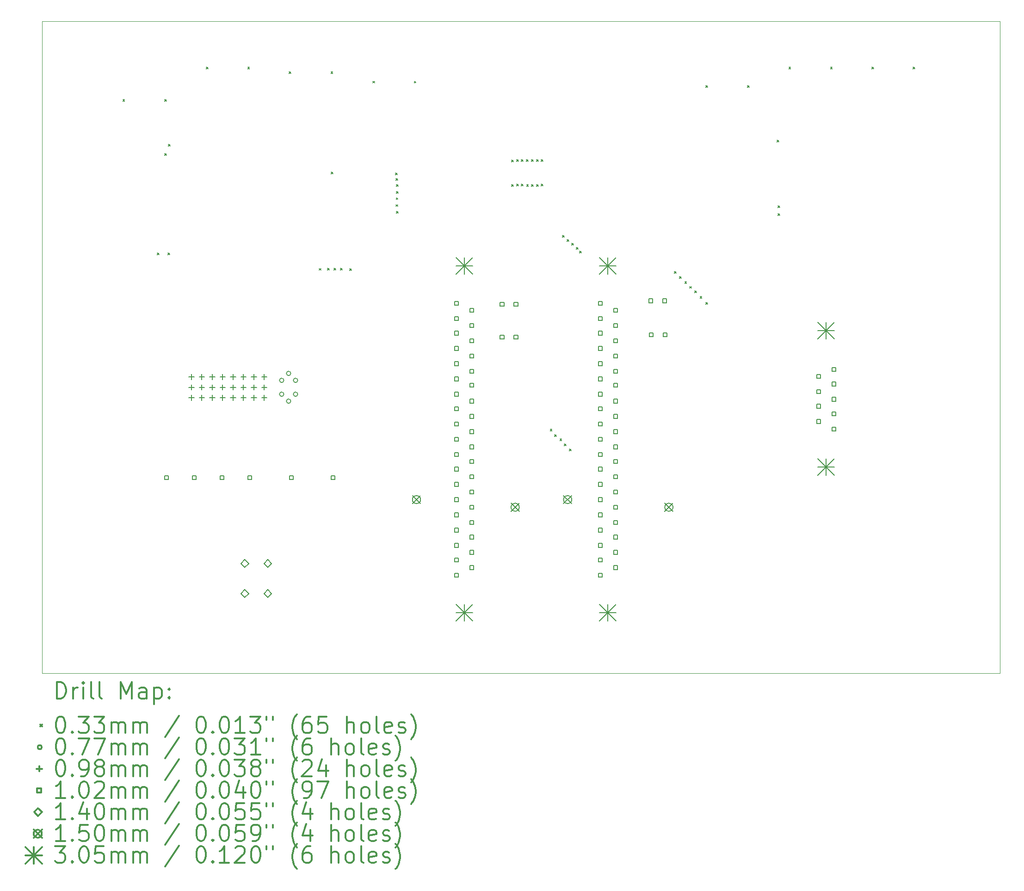
<source format=gbr>
%FSLAX45Y45*%
G04 Gerber Fmt 4.5, Leading zero omitted, Abs format (unit mm)*
G04 Created by KiCad (PCBNEW 4.0.4-stable) date 01/23/17 14:00:05*
%MOMM*%
%LPD*%
G01*
G04 APERTURE LIST*
%ADD10C,0.127000*%
%ADD11C,0.025400*%
%ADD12C,0.200000*%
%ADD13C,0.300000*%
G04 APERTURE END LIST*
D10*
D11*
X22112000Y-2310000D02*
X4578000Y-2310000D01*
X22112000Y-14248000D02*
X22112000Y-2310000D01*
X4578000Y-14248000D02*
X22112000Y-14248000D01*
X4578000Y-2310000D02*
X4578000Y-14248000D01*
D12*
X6059170Y-3742690D02*
X6092190Y-3775710D01*
X6092190Y-3742690D02*
X6059170Y-3775710D01*
X6685740Y-6554140D02*
X6718760Y-6587160D01*
X6718760Y-6554140D02*
X6685740Y-6587160D01*
X6826758Y-4735830D02*
X6859778Y-4768850D01*
X6859778Y-4735830D02*
X6826758Y-4768850D01*
X6828790Y-3742690D02*
X6861810Y-3775710D01*
X6861810Y-3742690D02*
X6828790Y-3775710D01*
X6887210Y-6557010D02*
X6920230Y-6590030D01*
X6920230Y-6557010D02*
X6887210Y-6590030D01*
X6891690Y-4568070D02*
X6924710Y-4601090D01*
X6924710Y-4568070D02*
X6891690Y-4601090D01*
X7585710Y-3153410D02*
X7618730Y-3186430D01*
X7618730Y-3153410D02*
X7585710Y-3186430D01*
X8345170Y-3153410D02*
X8378190Y-3186430D01*
X8378190Y-3153410D02*
X8345170Y-3186430D01*
X9104630Y-3234690D02*
X9137650Y-3267710D01*
X9137650Y-3234690D02*
X9104630Y-3267710D01*
X9655810Y-6838950D02*
X9688830Y-6871970D01*
X9688830Y-6838950D02*
X9655810Y-6871970D01*
X9803130Y-6833870D02*
X9836150Y-6866890D01*
X9836150Y-6833870D02*
X9803130Y-6866890D01*
X9869170Y-3239770D02*
X9902190Y-3272790D01*
X9902190Y-3239770D02*
X9869170Y-3272790D01*
X9876790Y-5073650D02*
X9909810Y-5106670D01*
X9909810Y-5073650D02*
X9876790Y-5106670D01*
X9922510Y-6836410D02*
X9955530Y-6869430D01*
X9955530Y-6836410D02*
X9922510Y-6869430D01*
X10044430Y-6833870D02*
X10077450Y-6866890D01*
X10077450Y-6833870D02*
X10044430Y-6866890D01*
X10212070Y-6846570D02*
X10245090Y-6879590D01*
X10245090Y-6846570D02*
X10212070Y-6879590D01*
X10633710Y-3409950D02*
X10666730Y-3442970D01*
X10666730Y-3409950D02*
X10633710Y-3442970D01*
X11050270Y-5088890D02*
X11083290Y-5121910D01*
X11083290Y-5088890D02*
X11050270Y-5121910D01*
X11055350Y-5193030D02*
X11088370Y-5226050D01*
X11088370Y-5193030D02*
X11055350Y-5226050D01*
X11060430Y-5670550D02*
X11093450Y-5703570D01*
X11093450Y-5670550D02*
X11060430Y-5703570D01*
X11062970Y-5543550D02*
X11095990Y-5576570D01*
X11095990Y-5543550D02*
X11062970Y-5576570D01*
X11063606Y-5300983D02*
X11096626Y-5334003D01*
X11096626Y-5300983D02*
X11063606Y-5334003D01*
X11065510Y-5429250D02*
X11098530Y-5462270D01*
X11098530Y-5429250D02*
X11065510Y-5462270D01*
X11068050Y-5795010D02*
X11101070Y-5828030D01*
X11101070Y-5795010D02*
X11068050Y-5828030D01*
X11393170Y-3409950D02*
X11426190Y-3442970D01*
X11426190Y-3409950D02*
X11393170Y-3442970D01*
X13173710Y-4850130D02*
X13206730Y-4883150D01*
X13206730Y-4850130D02*
X13173710Y-4883150D01*
X13173710Y-5299710D02*
X13206730Y-5332730D01*
X13206730Y-5299710D02*
X13173710Y-5332730D01*
X13265150Y-4845050D02*
X13298170Y-4878070D01*
X13298170Y-4845050D02*
X13265150Y-4878070D01*
X13265150Y-5297170D02*
X13298170Y-5330190D01*
X13298170Y-5297170D02*
X13265150Y-5330190D01*
X13354050Y-5297170D02*
X13387070Y-5330190D01*
X13387070Y-5297170D02*
X13354050Y-5330190D01*
X13356590Y-4845050D02*
X13389610Y-4878070D01*
X13389610Y-4845050D02*
X13356590Y-4878070D01*
X13448030Y-4845050D02*
X13481050Y-4878070D01*
X13481050Y-4845050D02*
X13448030Y-4878070D01*
X13450570Y-5299710D02*
X13483590Y-5332730D01*
X13483590Y-5299710D02*
X13450570Y-5332730D01*
X13542010Y-4845050D02*
X13575030Y-4878070D01*
X13575030Y-4845050D02*
X13542010Y-4878070D01*
X13542010Y-5299710D02*
X13575030Y-5332730D01*
X13575030Y-5299710D02*
X13542010Y-5332730D01*
X13630910Y-4845050D02*
X13663930Y-4878070D01*
X13663930Y-4845050D02*
X13630910Y-4878070D01*
X13633450Y-5299710D02*
X13666470Y-5332730D01*
X13666470Y-5299710D02*
X13633450Y-5332730D01*
X13717270Y-5297170D02*
X13750290Y-5330190D01*
X13750290Y-5297170D02*
X13717270Y-5330190D01*
X13717270Y-4845050D02*
X13750290Y-4878070D01*
X13750290Y-4845050D02*
X13717270Y-4878070D01*
X13882370Y-9782810D02*
X13915390Y-9815830D01*
X13915390Y-9782810D02*
X13882370Y-9815830D01*
X13963650Y-9881870D02*
X13996670Y-9914890D01*
X13996670Y-9881870D02*
X13963650Y-9914890D01*
X14060170Y-9960610D02*
X14093190Y-9993630D01*
X14093190Y-9960610D02*
X14060170Y-9993630D01*
X14108430Y-6231890D02*
X14141450Y-6264910D01*
X14141450Y-6231890D02*
X14108430Y-6264910D01*
X14143990Y-10052049D02*
X14177010Y-10085069D01*
X14177010Y-10052049D02*
X14143990Y-10085069D01*
X14194291Y-6312800D02*
X14227311Y-6345820D01*
X14227311Y-6312800D02*
X14194291Y-6345820D01*
X14232890Y-10148570D02*
X14265910Y-10181590D01*
X14265910Y-10148570D02*
X14232890Y-10181590D01*
X14276070Y-6379210D02*
X14309090Y-6412230D01*
X14309090Y-6379210D02*
X14276070Y-6412230D01*
X14359890Y-6450330D02*
X14392910Y-6483350D01*
X14392910Y-6450330D02*
X14359890Y-6483350D01*
X14420236Y-6522762D02*
X14453256Y-6555782D01*
X14453256Y-6522762D02*
X14420236Y-6555782D01*
X16155670Y-6894830D02*
X16188690Y-6927850D01*
X16188690Y-6894830D02*
X16155670Y-6927850D01*
X16252190Y-6986270D02*
X16285210Y-7019290D01*
X16285210Y-6986270D02*
X16252190Y-7019290D01*
X16346170Y-7080250D02*
X16379190Y-7113270D01*
X16379190Y-7080250D02*
X16346170Y-7113270D01*
X16435070Y-7169150D02*
X16468090Y-7202170D01*
X16468090Y-7169150D02*
X16435070Y-7202170D01*
X16531590Y-7250430D02*
X16564610Y-7283450D01*
X16564610Y-7250430D02*
X16531590Y-7283450D01*
X16625570Y-7354570D02*
X16658590Y-7387590D01*
X16658590Y-7354570D02*
X16625570Y-7387590D01*
X16734790Y-3488690D02*
X16767810Y-3521710D01*
X16767810Y-3488690D02*
X16734790Y-3521710D01*
X16734790Y-7458710D02*
X16767810Y-7491730D01*
X16767810Y-7458710D02*
X16734790Y-7491730D01*
X17494250Y-3488690D02*
X17527270Y-3521710D01*
X17527270Y-3488690D02*
X17494250Y-3521710D01*
X18035270Y-4489450D02*
X18068290Y-4522470D01*
X18068290Y-4489450D02*
X18035270Y-4522470D01*
X18050510Y-5838190D02*
X18083530Y-5871210D01*
X18083530Y-5838190D02*
X18050510Y-5871210D01*
X18055590Y-5693410D02*
X18088610Y-5726430D01*
X18088610Y-5693410D02*
X18055590Y-5726430D01*
X18251170Y-3153410D02*
X18284190Y-3186430D01*
X18284190Y-3153410D02*
X18251170Y-3186430D01*
X19013170Y-3153410D02*
X19046190Y-3186430D01*
X19046190Y-3153410D02*
X19013170Y-3186430D01*
X19772630Y-3153410D02*
X19805650Y-3186430D01*
X19805650Y-3153410D02*
X19772630Y-3186430D01*
X20527010Y-3153410D02*
X20560030Y-3186430D01*
X20560030Y-3153410D02*
X20527010Y-3186430D01*
X9004935Y-8887460D02*
G75*
G03X9004935Y-8887460I-38735J0D01*
G01*
X9004935Y-9141460D02*
G75*
G03X9004935Y-9141460I-38735J0D01*
G01*
X9131935Y-8760460D02*
G75*
G03X9131935Y-8760460I-38735J0D01*
G01*
X9131935Y-9268460D02*
G75*
G03X9131935Y-9268460I-38735J0D01*
G01*
X9258935Y-8887460D02*
G75*
G03X9258935Y-8887460I-38735J0D01*
G01*
X9258935Y-9141460D02*
G75*
G03X9258935Y-9141460I-38735J0D01*
G01*
X7315200Y-8775065D02*
X7315200Y-8872855D01*
X7266305Y-8823960D02*
X7364095Y-8823960D01*
X7315200Y-8965565D02*
X7315200Y-9063355D01*
X7266305Y-9014460D02*
X7364095Y-9014460D01*
X7315200Y-9156065D02*
X7315200Y-9253855D01*
X7266305Y-9204960D02*
X7364095Y-9204960D01*
X7505700Y-8775065D02*
X7505700Y-8872855D01*
X7456805Y-8823960D02*
X7554595Y-8823960D01*
X7505700Y-8965565D02*
X7505700Y-9063355D01*
X7456805Y-9014460D02*
X7554595Y-9014460D01*
X7505700Y-9156065D02*
X7505700Y-9253855D01*
X7456805Y-9204960D02*
X7554595Y-9204960D01*
X7696200Y-8775065D02*
X7696200Y-8872855D01*
X7647305Y-8823960D02*
X7745095Y-8823960D01*
X7696200Y-8965565D02*
X7696200Y-9063355D01*
X7647305Y-9014460D02*
X7745095Y-9014460D01*
X7696200Y-9156065D02*
X7696200Y-9253855D01*
X7647305Y-9204960D02*
X7745095Y-9204960D01*
X7886700Y-8775065D02*
X7886700Y-8872855D01*
X7837805Y-8823960D02*
X7935595Y-8823960D01*
X7886700Y-8965565D02*
X7886700Y-9063355D01*
X7837805Y-9014460D02*
X7935595Y-9014460D01*
X7886700Y-9156065D02*
X7886700Y-9253855D01*
X7837805Y-9204960D02*
X7935595Y-9204960D01*
X8077200Y-8775065D02*
X8077200Y-8872855D01*
X8028305Y-8823960D02*
X8126095Y-8823960D01*
X8077200Y-8965565D02*
X8077200Y-9063355D01*
X8028305Y-9014460D02*
X8126095Y-9014460D01*
X8077200Y-9156065D02*
X8077200Y-9253855D01*
X8028305Y-9204960D02*
X8126095Y-9204960D01*
X8267700Y-8775065D02*
X8267700Y-8872855D01*
X8218805Y-8823960D02*
X8316595Y-8823960D01*
X8267700Y-8965565D02*
X8267700Y-9063355D01*
X8218805Y-9014460D02*
X8316595Y-9014460D01*
X8267700Y-9156065D02*
X8267700Y-9253855D01*
X8218805Y-9204960D02*
X8316595Y-9204960D01*
X8458200Y-8775065D02*
X8458200Y-8872855D01*
X8409305Y-8823960D02*
X8507095Y-8823960D01*
X8458200Y-8965565D02*
X8458200Y-9063355D01*
X8409305Y-9014460D02*
X8507095Y-9014460D01*
X8458200Y-9156065D02*
X8458200Y-9253855D01*
X8409305Y-9204960D02*
X8507095Y-9204960D01*
X8648700Y-8775065D02*
X8648700Y-8872855D01*
X8599805Y-8823960D02*
X8697595Y-8823960D01*
X8648700Y-8965565D02*
X8648700Y-9063355D01*
X8599805Y-9014460D02*
X8697595Y-9014460D01*
X8648700Y-9156065D02*
X8648700Y-9253855D01*
X8599805Y-9204960D02*
X8697595Y-9204960D01*
X6893921Y-10703921D02*
X6893921Y-10632079D01*
X6822079Y-10632079D01*
X6822079Y-10703921D01*
X6893921Y-10703921D01*
X7401921Y-10703921D02*
X7401921Y-10632079D01*
X7330079Y-10632079D01*
X7330079Y-10703921D01*
X7401921Y-10703921D01*
X7909921Y-10703921D02*
X7909921Y-10632079D01*
X7838079Y-10632079D01*
X7838079Y-10703921D01*
X7909921Y-10703921D01*
X8417921Y-10703921D02*
X8417921Y-10632079D01*
X8346079Y-10632079D01*
X8346079Y-10703921D01*
X8417921Y-10703921D01*
X9179921Y-10703921D02*
X9179921Y-10632079D01*
X9108079Y-10632079D01*
X9108079Y-10703921D01*
X9179921Y-10703921D01*
X9941921Y-10703921D02*
X9941921Y-10632079D01*
X9870079Y-10632079D01*
X9870079Y-10703921D01*
X9941921Y-10703921D01*
X12204931Y-7513681D02*
X12204931Y-7441839D01*
X12133089Y-7441839D01*
X12133089Y-7513681D01*
X12204931Y-7513681D01*
X12204931Y-7793081D02*
X12204931Y-7721239D01*
X12133089Y-7721239D01*
X12133089Y-7793081D01*
X12204931Y-7793081D01*
X12204931Y-8059781D02*
X12204931Y-7987939D01*
X12133089Y-7987939D01*
X12133089Y-8059781D01*
X12204931Y-8059781D01*
X12204931Y-8339181D02*
X12204931Y-8267339D01*
X12133089Y-8267339D01*
X12133089Y-8339181D01*
X12204931Y-8339181D01*
X12204931Y-8618581D02*
X12204931Y-8546739D01*
X12133089Y-8546739D01*
X12133089Y-8618581D01*
X12204931Y-8618581D01*
X12204931Y-8897981D02*
X12204931Y-8826139D01*
X12133089Y-8826139D01*
X12133089Y-8897981D01*
X12204931Y-8897981D01*
X12204931Y-9177381D02*
X12204931Y-9105539D01*
X12133089Y-9105539D01*
X12133089Y-9177381D01*
X12204931Y-9177381D01*
X12204931Y-9444081D02*
X12204931Y-9372239D01*
X12133089Y-9372239D01*
X12133089Y-9444081D01*
X12204931Y-9444081D01*
X12204931Y-9723481D02*
X12204931Y-9651639D01*
X12133089Y-9651639D01*
X12133089Y-9723481D01*
X12204931Y-9723481D01*
X12204931Y-10002881D02*
X12204931Y-9931039D01*
X12133089Y-9931039D01*
X12133089Y-10002881D01*
X12204931Y-10002881D01*
X12204931Y-10282281D02*
X12204931Y-10210439D01*
X12133089Y-10210439D01*
X12133089Y-10282281D01*
X12204931Y-10282281D01*
X12204931Y-10548981D02*
X12204931Y-10477139D01*
X12133089Y-10477139D01*
X12133089Y-10548981D01*
X12204931Y-10548981D01*
X12204931Y-10828381D02*
X12204931Y-10756539D01*
X12133089Y-10756539D01*
X12133089Y-10828381D01*
X12204931Y-10828381D01*
X12204931Y-11107781D02*
X12204931Y-11035939D01*
X12133089Y-11035939D01*
X12133089Y-11107781D01*
X12204931Y-11107781D01*
X12204931Y-11387181D02*
X12204931Y-11315339D01*
X12133089Y-11315339D01*
X12133089Y-11387181D01*
X12204931Y-11387181D01*
X12204931Y-11666581D02*
X12204931Y-11594739D01*
X12133089Y-11594739D01*
X12133089Y-11666581D01*
X12204931Y-11666581D01*
X12204931Y-11945981D02*
X12204931Y-11874139D01*
X12133089Y-11874139D01*
X12133089Y-11945981D01*
X12204931Y-11945981D01*
X12204931Y-12212681D02*
X12204931Y-12140839D01*
X12133089Y-12140839D01*
X12133089Y-12212681D01*
X12204931Y-12212681D01*
X12204931Y-12492081D02*
X12204931Y-12420239D01*
X12133089Y-12420239D01*
X12133089Y-12492081D01*
X12204931Y-12492081D01*
X12484331Y-7640681D02*
X12484331Y-7568839D01*
X12412489Y-7568839D01*
X12412489Y-7640681D01*
X12484331Y-7640681D01*
X12484331Y-7920081D02*
X12484331Y-7848239D01*
X12412489Y-7848239D01*
X12412489Y-7920081D01*
X12484331Y-7920081D01*
X12484331Y-8199481D02*
X12484331Y-8127639D01*
X12412489Y-8127639D01*
X12412489Y-8199481D01*
X12484331Y-8199481D01*
X12484331Y-8478881D02*
X12484331Y-8407039D01*
X12412489Y-8407039D01*
X12412489Y-8478881D01*
X12484331Y-8478881D01*
X12484331Y-8758281D02*
X12484331Y-8686439D01*
X12412489Y-8686439D01*
X12412489Y-8758281D01*
X12484331Y-8758281D01*
X12484331Y-9012281D02*
X12484331Y-8940439D01*
X12412489Y-8940439D01*
X12412489Y-9012281D01*
X12484331Y-9012281D01*
X12484331Y-9304381D02*
X12484331Y-9232539D01*
X12412489Y-9232539D01*
X12412489Y-9304381D01*
X12484331Y-9304381D01*
X12484331Y-9583781D02*
X12484331Y-9511939D01*
X12412489Y-9511939D01*
X12412489Y-9583781D01*
X12484331Y-9583781D01*
X12484331Y-9863181D02*
X12484331Y-9791339D01*
X12412489Y-9791339D01*
X12412489Y-9863181D01*
X12484331Y-9863181D01*
X12484331Y-10142581D02*
X12484331Y-10070739D01*
X12412489Y-10070739D01*
X12412489Y-10142581D01*
X12484331Y-10142581D01*
X12484331Y-10409281D02*
X12484331Y-10337439D01*
X12412489Y-10337439D01*
X12412489Y-10409281D01*
X12484331Y-10409281D01*
X12484331Y-10688681D02*
X12484331Y-10616839D01*
X12412489Y-10616839D01*
X12412489Y-10688681D01*
X12484331Y-10688681D01*
X12484331Y-10968081D02*
X12484331Y-10896239D01*
X12412489Y-10896239D01*
X12412489Y-10968081D01*
X12484331Y-10968081D01*
X12484331Y-11247481D02*
X12484331Y-11175639D01*
X12412489Y-11175639D01*
X12412489Y-11247481D01*
X12484331Y-11247481D01*
X12484331Y-11526881D02*
X12484331Y-11455039D01*
X12412489Y-11455039D01*
X12412489Y-11526881D01*
X12484331Y-11526881D01*
X12484331Y-11793581D02*
X12484331Y-11721739D01*
X12412489Y-11721739D01*
X12412489Y-11793581D01*
X12484331Y-11793581D01*
X12484331Y-12072981D02*
X12484331Y-12001139D01*
X12412489Y-12001139D01*
X12412489Y-12072981D01*
X12484331Y-12072981D01*
X12484331Y-12352381D02*
X12484331Y-12280539D01*
X12412489Y-12280539D01*
X12412489Y-12352381D01*
X12484331Y-12352381D01*
X13038181Y-7528921D02*
X13038181Y-7457079D01*
X12966339Y-7457079D01*
X12966339Y-7528921D01*
X13038181Y-7528921D01*
X13038181Y-8130901D02*
X13038181Y-8059059D01*
X12966339Y-8059059D01*
X12966339Y-8130901D01*
X13038181Y-8130901D01*
X13292181Y-7528921D02*
X13292181Y-7457079D01*
X13220339Y-7457079D01*
X13220339Y-7528921D01*
X13292181Y-7528921D01*
X13292181Y-8130901D02*
X13292181Y-8059059D01*
X13220339Y-8059059D01*
X13220339Y-8130901D01*
X13292181Y-8130901D01*
X14833961Y-7513681D02*
X14833961Y-7441839D01*
X14762119Y-7441839D01*
X14762119Y-7513681D01*
X14833961Y-7513681D01*
X14833961Y-7793081D02*
X14833961Y-7721239D01*
X14762119Y-7721239D01*
X14762119Y-7793081D01*
X14833961Y-7793081D01*
X14833961Y-8059781D02*
X14833961Y-7987939D01*
X14762119Y-7987939D01*
X14762119Y-8059781D01*
X14833961Y-8059781D01*
X14833961Y-8339181D02*
X14833961Y-8267339D01*
X14762119Y-8267339D01*
X14762119Y-8339181D01*
X14833961Y-8339181D01*
X14833961Y-8618581D02*
X14833961Y-8546739D01*
X14762119Y-8546739D01*
X14762119Y-8618581D01*
X14833961Y-8618581D01*
X14833961Y-8897981D02*
X14833961Y-8826139D01*
X14762119Y-8826139D01*
X14762119Y-8897981D01*
X14833961Y-8897981D01*
X14833961Y-9177381D02*
X14833961Y-9105539D01*
X14762119Y-9105539D01*
X14762119Y-9177381D01*
X14833961Y-9177381D01*
X14833961Y-9444081D02*
X14833961Y-9372239D01*
X14762119Y-9372239D01*
X14762119Y-9444081D01*
X14833961Y-9444081D01*
X14833961Y-9723481D02*
X14833961Y-9651639D01*
X14762119Y-9651639D01*
X14762119Y-9723481D01*
X14833961Y-9723481D01*
X14833961Y-10002881D02*
X14833961Y-9931039D01*
X14762119Y-9931039D01*
X14762119Y-10002881D01*
X14833961Y-10002881D01*
X14833961Y-10282281D02*
X14833961Y-10210439D01*
X14762119Y-10210439D01*
X14762119Y-10282281D01*
X14833961Y-10282281D01*
X14833961Y-10548981D02*
X14833961Y-10477139D01*
X14762119Y-10477139D01*
X14762119Y-10548981D01*
X14833961Y-10548981D01*
X14833961Y-10828381D02*
X14833961Y-10756539D01*
X14762119Y-10756539D01*
X14762119Y-10828381D01*
X14833961Y-10828381D01*
X14833961Y-11107781D02*
X14833961Y-11035939D01*
X14762119Y-11035939D01*
X14762119Y-11107781D01*
X14833961Y-11107781D01*
X14833961Y-11387181D02*
X14833961Y-11315339D01*
X14762119Y-11315339D01*
X14762119Y-11387181D01*
X14833961Y-11387181D01*
X14833961Y-11666581D02*
X14833961Y-11594739D01*
X14762119Y-11594739D01*
X14762119Y-11666581D01*
X14833961Y-11666581D01*
X14833961Y-11945981D02*
X14833961Y-11874139D01*
X14762119Y-11874139D01*
X14762119Y-11945981D01*
X14833961Y-11945981D01*
X14833961Y-12212681D02*
X14833961Y-12140839D01*
X14762119Y-12140839D01*
X14762119Y-12212681D01*
X14833961Y-12212681D01*
X14833961Y-12492081D02*
X14833961Y-12420239D01*
X14762119Y-12420239D01*
X14762119Y-12492081D01*
X14833961Y-12492081D01*
X15113361Y-7640681D02*
X15113361Y-7568839D01*
X15041519Y-7568839D01*
X15041519Y-7640681D01*
X15113361Y-7640681D01*
X15113361Y-7920081D02*
X15113361Y-7848239D01*
X15041519Y-7848239D01*
X15041519Y-7920081D01*
X15113361Y-7920081D01*
X15113361Y-8199481D02*
X15113361Y-8127639D01*
X15041519Y-8127639D01*
X15041519Y-8199481D01*
X15113361Y-8199481D01*
X15113361Y-8478881D02*
X15113361Y-8407039D01*
X15041519Y-8407039D01*
X15041519Y-8478881D01*
X15113361Y-8478881D01*
X15113361Y-8758281D02*
X15113361Y-8686439D01*
X15041519Y-8686439D01*
X15041519Y-8758281D01*
X15113361Y-8758281D01*
X15113361Y-9012281D02*
X15113361Y-8940439D01*
X15041519Y-8940439D01*
X15041519Y-9012281D01*
X15113361Y-9012281D01*
X15113361Y-9304381D02*
X15113361Y-9232539D01*
X15041519Y-9232539D01*
X15041519Y-9304381D01*
X15113361Y-9304381D01*
X15113361Y-9583781D02*
X15113361Y-9511939D01*
X15041519Y-9511939D01*
X15041519Y-9583781D01*
X15113361Y-9583781D01*
X15113361Y-9863181D02*
X15113361Y-9791339D01*
X15041519Y-9791339D01*
X15041519Y-9863181D01*
X15113361Y-9863181D01*
X15113361Y-10142581D02*
X15113361Y-10070739D01*
X15041519Y-10070739D01*
X15041519Y-10142581D01*
X15113361Y-10142581D01*
X15113361Y-10409281D02*
X15113361Y-10337439D01*
X15041519Y-10337439D01*
X15041519Y-10409281D01*
X15113361Y-10409281D01*
X15113361Y-10688681D02*
X15113361Y-10616839D01*
X15041519Y-10616839D01*
X15041519Y-10688681D01*
X15113361Y-10688681D01*
X15113361Y-10968081D02*
X15113361Y-10896239D01*
X15041519Y-10896239D01*
X15041519Y-10968081D01*
X15113361Y-10968081D01*
X15113361Y-11247481D02*
X15113361Y-11175639D01*
X15041519Y-11175639D01*
X15041519Y-11247481D01*
X15113361Y-11247481D01*
X15113361Y-11526881D02*
X15113361Y-11455039D01*
X15041519Y-11455039D01*
X15041519Y-11526881D01*
X15113361Y-11526881D01*
X15113361Y-11793581D02*
X15113361Y-11721739D01*
X15041519Y-11721739D01*
X15041519Y-11793581D01*
X15113361Y-11793581D01*
X15113361Y-12072981D02*
X15113361Y-12001139D01*
X15041519Y-12001139D01*
X15041519Y-12072981D01*
X15113361Y-12072981D01*
X15113361Y-12352381D02*
X15113361Y-12280539D01*
X15041519Y-12280539D01*
X15041519Y-12352381D01*
X15113361Y-12352381D01*
X15758521Y-7465421D02*
X15758521Y-7393579D01*
X15686679Y-7393579D01*
X15686679Y-7465421D01*
X15758521Y-7465421D01*
X15766141Y-8087721D02*
X15766141Y-8015879D01*
X15694299Y-8015879D01*
X15694299Y-8087721D01*
X15766141Y-8087721D01*
X16012521Y-7465421D02*
X16012521Y-7393579D01*
X15940679Y-7393579D01*
X15940679Y-7465421D01*
X16012521Y-7465421D01*
X16020141Y-8087721D02*
X16020141Y-8015879D01*
X15948299Y-8015879D01*
X15948299Y-8087721D01*
X16020141Y-8087721D01*
X18831921Y-8849721D02*
X18831921Y-8777879D01*
X18760079Y-8777879D01*
X18760079Y-8849721D01*
X18831921Y-8849721D01*
X18831921Y-9129121D02*
X18831921Y-9057279D01*
X18760079Y-9057279D01*
X18760079Y-9129121D01*
X18831921Y-9129121D01*
X18831921Y-9395821D02*
X18831921Y-9323979D01*
X18760079Y-9323979D01*
X18760079Y-9395821D01*
X18831921Y-9395821D01*
X18831921Y-9675221D02*
X18831921Y-9603379D01*
X18760079Y-9603379D01*
X18760079Y-9675221D01*
X18831921Y-9675221D01*
X19111321Y-8722721D02*
X19111321Y-8650879D01*
X19039479Y-8650879D01*
X19039479Y-8722721D01*
X19111321Y-8722721D01*
X19111321Y-8989421D02*
X19111321Y-8917579D01*
X19039479Y-8917579D01*
X19039479Y-8989421D01*
X19111321Y-8989421D01*
X19111321Y-9268821D02*
X19111321Y-9196979D01*
X19039479Y-9196979D01*
X19039479Y-9268821D01*
X19111321Y-9268821D01*
X19111321Y-9535521D02*
X19111321Y-9463679D01*
X19039479Y-9463679D01*
X19039479Y-9535521D01*
X19111321Y-9535521D01*
X19111321Y-9814921D02*
X19111321Y-9743079D01*
X19039479Y-9743079D01*
X19039479Y-9814921D01*
X19111321Y-9814921D01*
X8292590Y-12312200D02*
X8362590Y-12242200D01*
X8292590Y-12172200D01*
X8222590Y-12242200D01*
X8292590Y-12312200D01*
X8292590Y-12862200D02*
X8362590Y-12792200D01*
X8292590Y-12722200D01*
X8222590Y-12792200D01*
X8292590Y-12862200D01*
X8712590Y-12312200D02*
X8782590Y-12242200D01*
X8712590Y-12172200D01*
X8642590Y-12242200D01*
X8712590Y-12312200D01*
X8712590Y-12862200D02*
X8782590Y-12792200D01*
X8712590Y-12722200D01*
X8642590Y-12792200D01*
X8712590Y-12862200D01*
X11360023Y-10996803D02*
X11510137Y-11146917D01*
X11510137Y-10996803D02*
X11360023Y-11146917D01*
X11510137Y-11071860D02*
G75*
G03X11510137Y-11071860I-75057J0D01*
G01*
X13165963Y-11136503D02*
X13316077Y-11286617D01*
X13316077Y-11136503D02*
X13165963Y-11286617D01*
X13316077Y-11211560D02*
G75*
G03X13316077Y-11211560I-75057J0D01*
G01*
X14126083Y-10996803D02*
X14276197Y-11146917D01*
X14276197Y-10996803D02*
X14126083Y-11146917D01*
X14276197Y-11071860D02*
G75*
G03X14276197Y-11071860I-75057J0D01*
G01*
X15980283Y-11136503D02*
X16130397Y-11286617D01*
X16130397Y-11136503D02*
X15980283Y-11286617D01*
X16130397Y-11211560D02*
G75*
G03X16130397Y-11211560I-75057J0D01*
G01*
X12156310Y-6639560D02*
X12461110Y-6944360D01*
X12461110Y-6639560D02*
X12156310Y-6944360D01*
X12308710Y-6639560D02*
X12308710Y-6944360D01*
X12156310Y-6791960D02*
X12461110Y-6791960D01*
X12156310Y-12989560D02*
X12461110Y-13294360D01*
X12461110Y-12989560D02*
X12156310Y-13294360D01*
X12308710Y-12989560D02*
X12308710Y-13294360D01*
X12156310Y-13141960D02*
X12461110Y-13141960D01*
X14785340Y-6639560D02*
X15090140Y-6944360D01*
X15090140Y-6639560D02*
X14785340Y-6944360D01*
X14937740Y-6639560D02*
X14937740Y-6944360D01*
X14785340Y-6791960D02*
X15090140Y-6791960D01*
X14785340Y-12989560D02*
X15090140Y-13294360D01*
X15090140Y-12989560D02*
X14785340Y-13294360D01*
X14937740Y-12989560D02*
X14937740Y-13294360D01*
X14785340Y-13141960D02*
X15090140Y-13141960D01*
X18783300Y-7823200D02*
X19088100Y-8128000D01*
X19088100Y-7823200D02*
X18783300Y-8128000D01*
X18935700Y-7823200D02*
X18935700Y-8128000D01*
X18783300Y-7975600D02*
X19088100Y-7975600D01*
X18783300Y-10325100D02*
X19088100Y-10629900D01*
X19088100Y-10325100D02*
X18783300Y-10629900D01*
X18935700Y-10325100D02*
X18935700Y-10629900D01*
X18783300Y-10477500D02*
X19088100Y-10477500D01*
D13*
X4848159Y-14714984D02*
X4848159Y-14414984D01*
X4919587Y-14414984D01*
X4962444Y-14429270D01*
X4991016Y-14457841D01*
X5005301Y-14486413D01*
X5019587Y-14543556D01*
X5019587Y-14586413D01*
X5005301Y-14643556D01*
X4991016Y-14672127D01*
X4962444Y-14700699D01*
X4919587Y-14714984D01*
X4848159Y-14714984D01*
X5148159Y-14714984D02*
X5148159Y-14514984D01*
X5148159Y-14572127D02*
X5162444Y-14543556D01*
X5176730Y-14529270D01*
X5205301Y-14514984D01*
X5233873Y-14514984D01*
X5333873Y-14714984D02*
X5333873Y-14514984D01*
X5333873Y-14414984D02*
X5319587Y-14429270D01*
X5333873Y-14443556D01*
X5348159Y-14429270D01*
X5333873Y-14414984D01*
X5333873Y-14443556D01*
X5519587Y-14714984D02*
X5491016Y-14700699D01*
X5476730Y-14672127D01*
X5476730Y-14414984D01*
X5676730Y-14714984D02*
X5648158Y-14700699D01*
X5633873Y-14672127D01*
X5633873Y-14414984D01*
X6019587Y-14714984D02*
X6019587Y-14414984D01*
X6119587Y-14629270D01*
X6219587Y-14414984D01*
X6219587Y-14714984D01*
X6491016Y-14714984D02*
X6491016Y-14557841D01*
X6476730Y-14529270D01*
X6448158Y-14514984D01*
X6391016Y-14514984D01*
X6362444Y-14529270D01*
X6491016Y-14700699D02*
X6462444Y-14714984D01*
X6391016Y-14714984D01*
X6362444Y-14700699D01*
X6348158Y-14672127D01*
X6348158Y-14643556D01*
X6362444Y-14614984D01*
X6391016Y-14600699D01*
X6462444Y-14600699D01*
X6491016Y-14586413D01*
X6633873Y-14514984D02*
X6633873Y-14814984D01*
X6633873Y-14529270D02*
X6662444Y-14514984D01*
X6719587Y-14514984D01*
X6748158Y-14529270D01*
X6762444Y-14543556D01*
X6776730Y-14572127D01*
X6776730Y-14657841D01*
X6762444Y-14686413D01*
X6748158Y-14700699D01*
X6719587Y-14714984D01*
X6662444Y-14714984D01*
X6633873Y-14700699D01*
X6905301Y-14686413D02*
X6919587Y-14700699D01*
X6905301Y-14714984D01*
X6891016Y-14700699D01*
X6905301Y-14686413D01*
X6905301Y-14714984D01*
X6905301Y-14529270D02*
X6919587Y-14543556D01*
X6905301Y-14557841D01*
X6891016Y-14543556D01*
X6905301Y-14529270D01*
X6905301Y-14557841D01*
X4543710Y-15192760D02*
X4576730Y-15225780D01*
X4576730Y-15192760D02*
X4543710Y-15225780D01*
X4905301Y-15044984D02*
X4933873Y-15044984D01*
X4962444Y-15059270D01*
X4976730Y-15073556D01*
X4991016Y-15102127D01*
X5005301Y-15159270D01*
X5005301Y-15230699D01*
X4991016Y-15287841D01*
X4976730Y-15316413D01*
X4962444Y-15330699D01*
X4933873Y-15344984D01*
X4905301Y-15344984D01*
X4876730Y-15330699D01*
X4862444Y-15316413D01*
X4848159Y-15287841D01*
X4833873Y-15230699D01*
X4833873Y-15159270D01*
X4848159Y-15102127D01*
X4862444Y-15073556D01*
X4876730Y-15059270D01*
X4905301Y-15044984D01*
X5133873Y-15316413D02*
X5148159Y-15330699D01*
X5133873Y-15344984D01*
X5119587Y-15330699D01*
X5133873Y-15316413D01*
X5133873Y-15344984D01*
X5248158Y-15044984D02*
X5433873Y-15044984D01*
X5333873Y-15159270D01*
X5376730Y-15159270D01*
X5405301Y-15173556D01*
X5419587Y-15187841D01*
X5433873Y-15216413D01*
X5433873Y-15287841D01*
X5419587Y-15316413D01*
X5405301Y-15330699D01*
X5376730Y-15344984D01*
X5291016Y-15344984D01*
X5262444Y-15330699D01*
X5248158Y-15316413D01*
X5533873Y-15044984D02*
X5719587Y-15044984D01*
X5619587Y-15159270D01*
X5662444Y-15159270D01*
X5691016Y-15173556D01*
X5705301Y-15187841D01*
X5719587Y-15216413D01*
X5719587Y-15287841D01*
X5705301Y-15316413D01*
X5691016Y-15330699D01*
X5662444Y-15344984D01*
X5576730Y-15344984D01*
X5548159Y-15330699D01*
X5533873Y-15316413D01*
X5848158Y-15344984D02*
X5848158Y-15144984D01*
X5848158Y-15173556D02*
X5862444Y-15159270D01*
X5891016Y-15144984D01*
X5933873Y-15144984D01*
X5962444Y-15159270D01*
X5976730Y-15187841D01*
X5976730Y-15344984D01*
X5976730Y-15187841D02*
X5991016Y-15159270D01*
X6019587Y-15144984D01*
X6062444Y-15144984D01*
X6091016Y-15159270D01*
X6105301Y-15187841D01*
X6105301Y-15344984D01*
X6248158Y-15344984D02*
X6248158Y-15144984D01*
X6248158Y-15173556D02*
X6262444Y-15159270D01*
X6291016Y-15144984D01*
X6333873Y-15144984D01*
X6362444Y-15159270D01*
X6376730Y-15187841D01*
X6376730Y-15344984D01*
X6376730Y-15187841D02*
X6391016Y-15159270D01*
X6419587Y-15144984D01*
X6462444Y-15144984D01*
X6491016Y-15159270D01*
X6505301Y-15187841D01*
X6505301Y-15344984D01*
X7091016Y-15030699D02*
X6833873Y-15416413D01*
X7476730Y-15044984D02*
X7505301Y-15044984D01*
X7533873Y-15059270D01*
X7548158Y-15073556D01*
X7562444Y-15102127D01*
X7576730Y-15159270D01*
X7576730Y-15230699D01*
X7562444Y-15287841D01*
X7548158Y-15316413D01*
X7533873Y-15330699D01*
X7505301Y-15344984D01*
X7476730Y-15344984D01*
X7448158Y-15330699D01*
X7433873Y-15316413D01*
X7419587Y-15287841D01*
X7405301Y-15230699D01*
X7405301Y-15159270D01*
X7419587Y-15102127D01*
X7433873Y-15073556D01*
X7448158Y-15059270D01*
X7476730Y-15044984D01*
X7705301Y-15316413D02*
X7719587Y-15330699D01*
X7705301Y-15344984D01*
X7691016Y-15330699D01*
X7705301Y-15316413D01*
X7705301Y-15344984D01*
X7905301Y-15044984D02*
X7933873Y-15044984D01*
X7962444Y-15059270D01*
X7976730Y-15073556D01*
X7991015Y-15102127D01*
X8005301Y-15159270D01*
X8005301Y-15230699D01*
X7991015Y-15287841D01*
X7976730Y-15316413D01*
X7962444Y-15330699D01*
X7933873Y-15344984D01*
X7905301Y-15344984D01*
X7876730Y-15330699D01*
X7862444Y-15316413D01*
X7848158Y-15287841D01*
X7833873Y-15230699D01*
X7833873Y-15159270D01*
X7848158Y-15102127D01*
X7862444Y-15073556D01*
X7876730Y-15059270D01*
X7905301Y-15044984D01*
X8291015Y-15344984D02*
X8119587Y-15344984D01*
X8205301Y-15344984D02*
X8205301Y-15044984D01*
X8176730Y-15087841D01*
X8148158Y-15116413D01*
X8119587Y-15130699D01*
X8391016Y-15044984D02*
X8576730Y-15044984D01*
X8476730Y-15159270D01*
X8519587Y-15159270D01*
X8548158Y-15173556D01*
X8562444Y-15187841D01*
X8576730Y-15216413D01*
X8576730Y-15287841D01*
X8562444Y-15316413D01*
X8548158Y-15330699D01*
X8519587Y-15344984D01*
X8433873Y-15344984D01*
X8405301Y-15330699D01*
X8391016Y-15316413D01*
X8691016Y-15044984D02*
X8691016Y-15102127D01*
X8805301Y-15044984D02*
X8805301Y-15102127D01*
X9248158Y-15459270D02*
X9233873Y-15444984D01*
X9205301Y-15402127D01*
X9191016Y-15373556D01*
X9176730Y-15330699D01*
X9162444Y-15259270D01*
X9162444Y-15202127D01*
X9176730Y-15130699D01*
X9191016Y-15087841D01*
X9205301Y-15059270D01*
X9233873Y-15016413D01*
X9248158Y-15002127D01*
X9491016Y-15044984D02*
X9433873Y-15044984D01*
X9405301Y-15059270D01*
X9391016Y-15073556D01*
X9362444Y-15116413D01*
X9348158Y-15173556D01*
X9348158Y-15287841D01*
X9362444Y-15316413D01*
X9376730Y-15330699D01*
X9405301Y-15344984D01*
X9462444Y-15344984D01*
X9491016Y-15330699D01*
X9505301Y-15316413D01*
X9519587Y-15287841D01*
X9519587Y-15216413D01*
X9505301Y-15187841D01*
X9491016Y-15173556D01*
X9462444Y-15159270D01*
X9405301Y-15159270D01*
X9376730Y-15173556D01*
X9362444Y-15187841D01*
X9348158Y-15216413D01*
X9791016Y-15044984D02*
X9648158Y-15044984D01*
X9633873Y-15187841D01*
X9648158Y-15173556D01*
X9676730Y-15159270D01*
X9748158Y-15159270D01*
X9776730Y-15173556D01*
X9791016Y-15187841D01*
X9805301Y-15216413D01*
X9805301Y-15287841D01*
X9791016Y-15316413D01*
X9776730Y-15330699D01*
X9748158Y-15344984D01*
X9676730Y-15344984D01*
X9648158Y-15330699D01*
X9633873Y-15316413D01*
X10162444Y-15344984D02*
X10162444Y-15044984D01*
X10291016Y-15344984D02*
X10291016Y-15187841D01*
X10276730Y-15159270D01*
X10248158Y-15144984D01*
X10205301Y-15144984D01*
X10176730Y-15159270D01*
X10162444Y-15173556D01*
X10476730Y-15344984D02*
X10448158Y-15330699D01*
X10433873Y-15316413D01*
X10419587Y-15287841D01*
X10419587Y-15202127D01*
X10433873Y-15173556D01*
X10448158Y-15159270D01*
X10476730Y-15144984D01*
X10519587Y-15144984D01*
X10548158Y-15159270D01*
X10562444Y-15173556D01*
X10576730Y-15202127D01*
X10576730Y-15287841D01*
X10562444Y-15316413D01*
X10548158Y-15330699D01*
X10519587Y-15344984D01*
X10476730Y-15344984D01*
X10748158Y-15344984D02*
X10719587Y-15330699D01*
X10705301Y-15302127D01*
X10705301Y-15044984D01*
X10976730Y-15330699D02*
X10948159Y-15344984D01*
X10891016Y-15344984D01*
X10862444Y-15330699D01*
X10848159Y-15302127D01*
X10848159Y-15187841D01*
X10862444Y-15159270D01*
X10891016Y-15144984D01*
X10948159Y-15144984D01*
X10976730Y-15159270D01*
X10991016Y-15187841D01*
X10991016Y-15216413D01*
X10848159Y-15244984D01*
X11105301Y-15330699D02*
X11133873Y-15344984D01*
X11191016Y-15344984D01*
X11219587Y-15330699D01*
X11233873Y-15302127D01*
X11233873Y-15287841D01*
X11219587Y-15259270D01*
X11191016Y-15244984D01*
X11148159Y-15244984D01*
X11119587Y-15230699D01*
X11105301Y-15202127D01*
X11105301Y-15187841D01*
X11119587Y-15159270D01*
X11148159Y-15144984D01*
X11191016Y-15144984D01*
X11219587Y-15159270D01*
X11333873Y-15459270D02*
X11348158Y-15444984D01*
X11376730Y-15402127D01*
X11391016Y-15373556D01*
X11405301Y-15330699D01*
X11419587Y-15259270D01*
X11419587Y-15202127D01*
X11405301Y-15130699D01*
X11391016Y-15087841D01*
X11376730Y-15059270D01*
X11348158Y-15016413D01*
X11333873Y-15002127D01*
X4576730Y-15605270D02*
G75*
G03X4576730Y-15605270I-38735J0D01*
G01*
X4905301Y-15440984D02*
X4933873Y-15440984D01*
X4962444Y-15455270D01*
X4976730Y-15469556D01*
X4991016Y-15498127D01*
X5005301Y-15555270D01*
X5005301Y-15626699D01*
X4991016Y-15683841D01*
X4976730Y-15712413D01*
X4962444Y-15726699D01*
X4933873Y-15740984D01*
X4905301Y-15740984D01*
X4876730Y-15726699D01*
X4862444Y-15712413D01*
X4848159Y-15683841D01*
X4833873Y-15626699D01*
X4833873Y-15555270D01*
X4848159Y-15498127D01*
X4862444Y-15469556D01*
X4876730Y-15455270D01*
X4905301Y-15440984D01*
X5133873Y-15712413D02*
X5148159Y-15726699D01*
X5133873Y-15740984D01*
X5119587Y-15726699D01*
X5133873Y-15712413D01*
X5133873Y-15740984D01*
X5248158Y-15440984D02*
X5448158Y-15440984D01*
X5319587Y-15740984D01*
X5533873Y-15440984D02*
X5733873Y-15440984D01*
X5605301Y-15740984D01*
X5848158Y-15740984D02*
X5848158Y-15540984D01*
X5848158Y-15569556D02*
X5862444Y-15555270D01*
X5891016Y-15540984D01*
X5933873Y-15540984D01*
X5962444Y-15555270D01*
X5976730Y-15583841D01*
X5976730Y-15740984D01*
X5976730Y-15583841D02*
X5991016Y-15555270D01*
X6019587Y-15540984D01*
X6062444Y-15540984D01*
X6091016Y-15555270D01*
X6105301Y-15583841D01*
X6105301Y-15740984D01*
X6248158Y-15740984D02*
X6248158Y-15540984D01*
X6248158Y-15569556D02*
X6262444Y-15555270D01*
X6291016Y-15540984D01*
X6333873Y-15540984D01*
X6362444Y-15555270D01*
X6376730Y-15583841D01*
X6376730Y-15740984D01*
X6376730Y-15583841D02*
X6391016Y-15555270D01*
X6419587Y-15540984D01*
X6462444Y-15540984D01*
X6491016Y-15555270D01*
X6505301Y-15583841D01*
X6505301Y-15740984D01*
X7091016Y-15426699D02*
X6833873Y-15812413D01*
X7476730Y-15440984D02*
X7505301Y-15440984D01*
X7533873Y-15455270D01*
X7548158Y-15469556D01*
X7562444Y-15498127D01*
X7576730Y-15555270D01*
X7576730Y-15626699D01*
X7562444Y-15683841D01*
X7548158Y-15712413D01*
X7533873Y-15726699D01*
X7505301Y-15740984D01*
X7476730Y-15740984D01*
X7448158Y-15726699D01*
X7433873Y-15712413D01*
X7419587Y-15683841D01*
X7405301Y-15626699D01*
X7405301Y-15555270D01*
X7419587Y-15498127D01*
X7433873Y-15469556D01*
X7448158Y-15455270D01*
X7476730Y-15440984D01*
X7705301Y-15712413D02*
X7719587Y-15726699D01*
X7705301Y-15740984D01*
X7691016Y-15726699D01*
X7705301Y-15712413D01*
X7705301Y-15740984D01*
X7905301Y-15440984D02*
X7933873Y-15440984D01*
X7962444Y-15455270D01*
X7976730Y-15469556D01*
X7991015Y-15498127D01*
X8005301Y-15555270D01*
X8005301Y-15626699D01*
X7991015Y-15683841D01*
X7976730Y-15712413D01*
X7962444Y-15726699D01*
X7933873Y-15740984D01*
X7905301Y-15740984D01*
X7876730Y-15726699D01*
X7862444Y-15712413D01*
X7848158Y-15683841D01*
X7833873Y-15626699D01*
X7833873Y-15555270D01*
X7848158Y-15498127D01*
X7862444Y-15469556D01*
X7876730Y-15455270D01*
X7905301Y-15440984D01*
X8105301Y-15440984D02*
X8291015Y-15440984D01*
X8191015Y-15555270D01*
X8233873Y-15555270D01*
X8262444Y-15569556D01*
X8276730Y-15583841D01*
X8291015Y-15612413D01*
X8291015Y-15683841D01*
X8276730Y-15712413D01*
X8262444Y-15726699D01*
X8233873Y-15740984D01*
X8148158Y-15740984D01*
X8119587Y-15726699D01*
X8105301Y-15712413D01*
X8576730Y-15740984D02*
X8405301Y-15740984D01*
X8491016Y-15740984D02*
X8491016Y-15440984D01*
X8462444Y-15483841D01*
X8433873Y-15512413D01*
X8405301Y-15526699D01*
X8691016Y-15440984D02*
X8691016Y-15498127D01*
X8805301Y-15440984D02*
X8805301Y-15498127D01*
X9248158Y-15855270D02*
X9233873Y-15840984D01*
X9205301Y-15798127D01*
X9191016Y-15769556D01*
X9176730Y-15726699D01*
X9162444Y-15655270D01*
X9162444Y-15598127D01*
X9176730Y-15526699D01*
X9191016Y-15483841D01*
X9205301Y-15455270D01*
X9233873Y-15412413D01*
X9248158Y-15398127D01*
X9491016Y-15440984D02*
X9433873Y-15440984D01*
X9405301Y-15455270D01*
X9391016Y-15469556D01*
X9362444Y-15512413D01*
X9348158Y-15569556D01*
X9348158Y-15683841D01*
X9362444Y-15712413D01*
X9376730Y-15726699D01*
X9405301Y-15740984D01*
X9462444Y-15740984D01*
X9491016Y-15726699D01*
X9505301Y-15712413D01*
X9519587Y-15683841D01*
X9519587Y-15612413D01*
X9505301Y-15583841D01*
X9491016Y-15569556D01*
X9462444Y-15555270D01*
X9405301Y-15555270D01*
X9376730Y-15569556D01*
X9362444Y-15583841D01*
X9348158Y-15612413D01*
X9876730Y-15740984D02*
X9876730Y-15440984D01*
X10005301Y-15740984D02*
X10005301Y-15583841D01*
X9991016Y-15555270D01*
X9962444Y-15540984D01*
X9919587Y-15540984D01*
X9891016Y-15555270D01*
X9876730Y-15569556D01*
X10191016Y-15740984D02*
X10162444Y-15726699D01*
X10148158Y-15712413D01*
X10133873Y-15683841D01*
X10133873Y-15598127D01*
X10148158Y-15569556D01*
X10162444Y-15555270D01*
X10191016Y-15540984D01*
X10233873Y-15540984D01*
X10262444Y-15555270D01*
X10276730Y-15569556D01*
X10291016Y-15598127D01*
X10291016Y-15683841D01*
X10276730Y-15712413D01*
X10262444Y-15726699D01*
X10233873Y-15740984D01*
X10191016Y-15740984D01*
X10462444Y-15740984D02*
X10433873Y-15726699D01*
X10419587Y-15698127D01*
X10419587Y-15440984D01*
X10691016Y-15726699D02*
X10662444Y-15740984D01*
X10605301Y-15740984D01*
X10576730Y-15726699D01*
X10562444Y-15698127D01*
X10562444Y-15583841D01*
X10576730Y-15555270D01*
X10605301Y-15540984D01*
X10662444Y-15540984D01*
X10691016Y-15555270D01*
X10705301Y-15583841D01*
X10705301Y-15612413D01*
X10562444Y-15640984D01*
X10819587Y-15726699D02*
X10848159Y-15740984D01*
X10905301Y-15740984D01*
X10933873Y-15726699D01*
X10948159Y-15698127D01*
X10948159Y-15683841D01*
X10933873Y-15655270D01*
X10905301Y-15640984D01*
X10862444Y-15640984D01*
X10833873Y-15626699D01*
X10819587Y-15598127D01*
X10819587Y-15583841D01*
X10833873Y-15555270D01*
X10862444Y-15540984D01*
X10905301Y-15540984D01*
X10933873Y-15555270D01*
X11048158Y-15855270D02*
X11062444Y-15840984D01*
X11091016Y-15798127D01*
X11105301Y-15769556D01*
X11119587Y-15726699D01*
X11133873Y-15655270D01*
X11133873Y-15598127D01*
X11119587Y-15526699D01*
X11105301Y-15483841D01*
X11091016Y-15455270D01*
X11062444Y-15412413D01*
X11048158Y-15398127D01*
X4527835Y-15952375D02*
X4527835Y-16050165D01*
X4478940Y-16001270D02*
X4576730Y-16001270D01*
X4905301Y-15836984D02*
X4933873Y-15836984D01*
X4962444Y-15851270D01*
X4976730Y-15865556D01*
X4991016Y-15894127D01*
X5005301Y-15951270D01*
X5005301Y-16022699D01*
X4991016Y-16079841D01*
X4976730Y-16108413D01*
X4962444Y-16122699D01*
X4933873Y-16136984D01*
X4905301Y-16136984D01*
X4876730Y-16122699D01*
X4862444Y-16108413D01*
X4848159Y-16079841D01*
X4833873Y-16022699D01*
X4833873Y-15951270D01*
X4848159Y-15894127D01*
X4862444Y-15865556D01*
X4876730Y-15851270D01*
X4905301Y-15836984D01*
X5133873Y-16108413D02*
X5148159Y-16122699D01*
X5133873Y-16136984D01*
X5119587Y-16122699D01*
X5133873Y-16108413D01*
X5133873Y-16136984D01*
X5291016Y-16136984D02*
X5348158Y-16136984D01*
X5376730Y-16122699D01*
X5391016Y-16108413D01*
X5419587Y-16065556D01*
X5433873Y-16008413D01*
X5433873Y-15894127D01*
X5419587Y-15865556D01*
X5405301Y-15851270D01*
X5376730Y-15836984D01*
X5319587Y-15836984D01*
X5291016Y-15851270D01*
X5276730Y-15865556D01*
X5262444Y-15894127D01*
X5262444Y-15965556D01*
X5276730Y-15994127D01*
X5291016Y-16008413D01*
X5319587Y-16022699D01*
X5376730Y-16022699D01*
X5405301Y-16008413D01*
X5419587Y-15994127D01*
X5433873Y-15965556D01*
X5605301Y-15965556D02*
X5576730Y-15951270D01*
X5562444Y-15936984D01*
X5548159Y-15908413D01*
X5548159Y-15894127D01*
X5562444Y-15865556D01*
X5576730Y-15851270D01*
X5605301Y-15836984D01*
X5662444Y-15836984D01*
X5691016Y-15851270D01*
X5705301Y-15865556D01*
X5719587Y-15894127D01*
X5719587Y-15908413D01*
X5705301Y-15936984D01*
X5691016Y-15951270D01*
X5662444Y-15965556D01*
X5605301Y-15965556D01*
X5576730Y-15979841D01*
X5562444Y-15994127D01*
X5548159Y-16022699D01*
X5548159Y-16079841D01*
X5562444Y-16108413D01*
X5576730Y-16122699D01*
X5605301Y-16136984D01*
X5662444Y-16136984D01*
X5691016Y-16122699D01*
X5705301Y-16108413D01*
X5719587Y-16079841D01*
X5719587Y-16022699D01*
X5705301Y-15994127D01*
X5691016Y-15979841D01*
X5662444Y-15965556D01*
X5848158Y-16136984D02*
X5848158Y-15936984D01*
X5848158Y-15965556D02*
X5862444Y-15951270D01*
X5891016Y-15936984D01*
X5933873Y-15936984D01*
X5962444Y-15951270D01*
X5976730Y-15979841D01*
X5976730Y-16136984D01*
X5976730Y-15979841D02*
X5991016Y-15951270D01*
X6019587Y-15936984D01*
X6062444Y-15936984D01*
X6091016Y-15951270D01*
X6105301Y-15979841D01*
X6105301Y-16136984D01*
X6248158Y-16136984D02*
X6248158Y-15936984D01*
X6248158Y-15965556D02*
X6262444Y-15951270D01*
X6291016Y-15936984D01*
X6333873Y-15936984D01*
X6362444Y-15951270D01*
X6376730Y-15979841D01*
X6376730Y-16136984D01*
X6376730Y-15979841D02*
X6391016Y-15951270D01*
X6419587Y-15936984D01*
X6462444Y-15936984D01*
X6491016Y-15951270D01*
X6505301Y-15979841D01*
X6505301Y-16136984D01*
X7091016Y-15822699D02*
X6833873Y-16208413D01*
X7476730Y-15836984D02*
X7505301Y-15836984D01*
X7533873Y-15851270D01*
X7548158Y-15865556D01*
X7562444Y-15894127D01*
X7576730Y-15951270D01*
X7576730Y-16022699D01*
X7562444Y-16079841D01*
X7548158Y-16108413D01*
X7533873Y-16122699D01*
X7505301Y-16136984D01*
X7476730Y-16136984D01*
X7448158Y-16122699D01*
X7433873Y-16108413D01*
X7419587Y-16079841D01*
X7405301Y-16022699D01*
X7405301Y-15951270D01*
X7419587Y-15894127D01*
X7433873Y-15865556D01*
X7448158Y-15851270D01*
X7476730Y-15836984D01*
X7705301Y-16108413D02*
X7719587Y-16122699D01*
X7705301Y-16136984D01*
X7691016Y-16122699D01*
X7705301Y-16108413D01*
X7705301Y-16136984D01*
X7905301Y-15836984D02*
X7933873Y-15836984D01*
X7962444Y-15851270D01*
X7976730Y-15865556D01*
X7991015Y-15894127D01*
X8005301Y-15951270D01*
X8005301Y-16022699D01*
X7991015Y-16079841D01*
X7976730Y-16108413D01*
X7962444Y-16122699D01*
X7933873Y-16136984D01*
X7905301Y-16136984D01*
X7876730Y-16122699D01*
X7862444Y-16108413D01*
X7848158Y-16079841D01*
X7833873Y-16022699D01*
X7833873Y-15951270D01*
X7848158Y-15894127D01*
X7862444Y-15865556D01*
X7876730Y-15851270D01*
X7905301Y-15836984D01*
X8105301Y-15836984D02*
X8291015Y-15836984D01*
X8191015Y-15951270D01*
X8233873Y-15951270D01*
X8262444Y-15965556D01*
X8276730Y-15979841D01*
X8291015Y-16008413D01*
X8291015Y-16079841D01*
X8276730Y-16108413D01*
X8262444Y-16122699D01*
X8233873Y-16136984D01*
X8148158Y-16136984D01*
X8119587Y-16122699D01*
X8105301Y-16108413D01*
X8462444Y-15965556D02*
X8433873Y-15951270D01*
X8419587Y-15936984D01*
X8405301Y-15908413D01*
X8405301Y-15894127D01*
X8419587Y-15865556D01*
X8433873Y-15851270D01*
X8462444Y-15836984D01*
X8519587Y-15836984D01*
X8548158Y-15851270D01*
X8562444Y-15865556D01*
X8576730Y-15894127D01*
X8576730Y-15908413D01*
X8562444Y-15936984D01*
X8548158Y-15951270D01*
X8519587Y-15965556D01*
X8462444Y-15965556D01*
X8433873Y-15979841D01*
X8419587Y-15994127D01*
X8405301Y-16022699D01*
X8405301Y-16079841D01*
X8419587Y-16108413D01*
X8433873Y-16122699D01*
X8462444Y-16136984D01*
X8519587Y-16136984D01*
X8548158Y-16122699D01*
X8562444Y-16108413D01*
X8576730Y-16079841D01*
X8576730Y-16022699D01*
X8562444Y-15994127D01*
X8548158Y-15979841D01*
X8519587Y-15965556D01*
X8691016Y-15836984D02*
X8691016Y-15894127D01*
X8805301Y-15836984D02*
X8805301Y-15894127D01*
X9248158Y-16251270D02*
X9233873Y-16236984D01*
X9205301Y-16194127D01*
X9191016Y-16165556D01*
X9176730Y-16122699D01*
X9162444Y-16051270D01*
X9162444Y-15994127D01*
X9176730Y-15922699D01*
X9191016Y-15879841D01*
X9205301Y-15851270D01*
X9233873Y-15808413D01*
X9248158Y-15794127D01*
X9348158Y-15865556D02*
X9362444Y-15851270D01*
X9391016Y-15836984D01*
X9462444Y-15836984D01*
X9491016Y-15851270D01*
X9505301Y-15865556D01*
X9519587Y-15894127D01*
X9519587Y-15922699D01*
X9505301Y-15965556D01*
X9333873Y-16136984D01*
X9519587Y-16136984D01*
X9776730Y-15936984D02*
X9776730Y-16136984D01*
X9705301Y-15822699D02*
X9633873Y-16036984D01*
X9819587Y-16036984D01*
X10162444Y-16136984D02*
X10162444Y-15836984D01*
X10291016Y-16136984D02*
X10291016Y-15979841D01*
X10276730Y-15951270D01*
X10248158Y-15936984D01*
X10205301Y-15936984D01*
X10176730Y-15951270D01*
X10162444Y-15965556D01*
X10476730Y-16136984D02*
X10448158Y-16122699D01*
X10433873Y-16108413D01*
X10419587Y-16079841D01*
X10419587Y-15994127D01*
X10433873Y-15965556D01*
X10448158Y-15951270D01*
X10476730Y-15936984D01*
X10519587Y-15936984D01*
X10548158Y-15951270D01*
X10562444Y-15965556D01*
X10576730Y-15994127D01*
X10576730Y-16079841D01*
X10562444Y-16108413D01*
X10548158Y-16122699D01*
X10519587Y-16136984D01*
X10476730Y-16136984D01*
X10748158Y-16136984D02*
X10719587Y-16122699D01*
X10705301Y-16094127D01*
X10705301Y-15836984D01*
X10976730Y-16122699D02*
X10948159Y-16136984D01*
X10891016Y-16136984D01*
X10862444Y-16122699D01*
X10848159Y-16094127D01*
X10848159Y-15979841D01*
X10862444Y-15951270D01*
X10891016Y-15936984D01*
X10948159Y-15936984D01*
X10976730Y-15951270D01*
X10991016Y-15979841D01*
X10991016Y-16008413D01*
X10848159Y-16036984D01*
X11105301Y-16122699D02*
X11133873Y-16136984D01*
X11191016Y-16136984D01*
X11219587Y-16122699D01*
X11233873Y-16094127D01*
X11233873Y-16079841D01*
X11219587Y-16051270D01*
X11191016Y-16036984D01*
X11148159Y-16036984D01*
X11119587Y-16022699D01*
X11105301Y-15994127D01*
X11105301Y-15979841D01*
X11119587Y-15951270D01*
X11148159Y-15936984D01*
X11191016Y-15936984D01*
X11219587Y-15951270D01*
X11333873Y-16251270D02*
X11348158Y-16236984D01*
X11376730Y-16194127D01*
X11391016Y-16165556D01*
X11405301Y-16122699D01*
X11419587Y-16051270D01*
X11419587Y-15994127D01*
X11405301Y-15922699D01*
X11391016Y-15879841D01*
X11376730Y-15851270D01*
X11348158Y-15808413D01*
X11333873Y-15794127D01*
X4561851Y-16433191D02*
X4561851Y-16361349D01*
X4490009Y-16361349D01*
X4490009Y-16433191D01*
X4561851Y-16433191D01*
X5005301Y-16532984D02*
X4833873Y-16532984D01*
X4919587Y-16532984D02*
X4919587Y-16232984D01*
X4891016Y-16275841D01*
X4862444Y-16304413D01*
X4833873Y-16318699D01*
X5133873Y-16504413D02*
X5148159Y-16518699D01*
X5133873Y-16532984D01*
X5119587Y-16518699D01*
X5133873Y-16504413D01*
X5133873Y-16532984D01*
X5333873Y-16232984D02*
X5362444Y-16232984D01*
X5391016Y-16247270D01*
X5405301Y-16261556D01*
X5419587Y-16290127D01*
X5433873Y-16347270D01*
X5433873Y-16418699D01*
X5419587Y-16475841D01*
X5405301Y-16504413D01*
X5391016Y-16518699D01*
X5362444Y-16532984D01*
X5333873Y-16532984D01*
X5305301Y-16518699D01*
X5291016Y-16504413D01*
X5276730Y-16475841D01*
X5262444Y-16418699D01*
X5262444Y-16347270D01*
X5276730Y-16290127D01*
X5291016Y-16261556D01*
X5305301Y-16247270D01*
X5333873Y-16232984D01*
X5548159Y-16261556D02*
X5562444Y-16247270D01*
X5591016Y-16232984D01*
X5662444Y-16232984D01*
X5691016Y-16247270D01*
X5705301Y-16261556D01*
X5719587Y-16290127D01*
X5719587Y-16318699D01*
X5705301Y-16361556D01*
X5533873Y-16532984D01*
X5719587Y-16532984D01*
X5848158Y-16532984D02*
X5848158Y-16332984D01*
X5848158Y-16361556D02*
X5862444Y-16347270D01*
X5891016Y-16332984D01*
X5933873Y-16332984D01*
X5962444Y-16347270D01*
X5976730Y-16375841D01*
X5976730Y-16532984D01*
X5976730Y-16375841D02*
X5991016Y-16347270D01*
X6019587Y-16332984D01*
X6062444Y-16332984D01*
X6091016Y-16347270D01*
X6105301Y-16375841D01*
X6105301Y-16532984D01*
X6248158Y-16532984D02*
X6248158Y-16332984D01*
X6248158Y-16361556D02*
X6262444Y-16347270D01*
X6291016Y-16332984D01*
X6333873Y-16332984D01*
X6362444Y-16347270D01*
X6376730Y-16375841D01*
X6376730Y-16532984D01*
X6376730Y-16375841D02*
X6391016Y-16347270D01*
X6419587Y-16332984D01*
X6462444Y-16332984D01*
X6491016Y-16347270D01*
X6505301Y-16375841D01*
X6505301Y-16532984D01*
X7091016Y-16218699D02*
X6833873Y-16604413D01*
X7476730Y-16232984D02*
X7505301Y-16232984D01*
X7533873Y-16247270D01*
X7548158Y-16261556D01*
X7562444Y-16290127D01*
X7576730Y-16347270D01*
X7576730Y-16418699D01*
X7562444Y-16475841D01*
X7548158Y-16504413D01*
X7533873Y-16518699D01*
X7505301Y-16532984D01*
X7476730Y-16532984D01*
X7448158Y-16518699D01*
X7433873Y-16504413D01*
X7419587Y-16475841D01*
X7405301Y-16418699D01*
X7405301Y-16347270D01*
X7419587Y-16290127D01*
X7433873Y-16261556D01*
X7448158Y-16247270D01*
X7476730Y-16232984D01*
X7705301Y-16504413D02*
X7719587Y-16518699D01*
X7705301Y-16532984D01*
X7691016Y-16518699D01*
X7705301Y-16504413D01*
X7705301Y-16532984D01*
X7905301Y-16232984D02*
X7933873Y-16232984D01*
X7962444Y-16247270D01*
X7976730Y-16261556D01*
X7991015Y-16290127D01*
X8005301Y-16347270D01*
X8005301Y-16418699D01*
X7991015Y-16475841D01*
X7976730Y-16504413D01*
X7962444Y-16518699D01*
X7933873Y-16532984D01*
X7905301Y-16532984D01*
X7876730Y-16518699D01*
X7862444Y-16504413D01*
X7848158Y-16475841D01*
X7833873Y-16418699D01*
X7833873Y-16347270D01*
X7848158Y-16290127D01*
X7862444Y-16261556D01*
X7876730Y-16247270D01*
X7905301Y-16232984D01*
X8262444Y-16332984D02*
X8262444Y-16532984D01*
X8191015Y-16218699D02*
X8119587Y-16432984D01*
X8305301Y-16432984D01*
X8476730Y-16232984D02*
X8505301Y-16232984D01*
X8533873Y-16247270D01*
X8548158Y-16261556D01*
X8562444Y-16290127D01*
X8576730Y-16347270D01*
X8576730Y-16418699D01*
X8562444Y-16475841D01*
X8548158Y-16504413D01*
X8533873Y-16518699D01*
X8505301Y-16532984D01*
X8476730Y-16532984D01*
X8448158Y-16518699D01*
X8433873Y-16504413D01*
X8419587Y-16475841D01*
X8405301Y-16418699D01*
X8405301Y-16347270D01*
X8419587Y-16290127D01*
X8433873Y-16261556D01*
X8448158Y-16247270D01*
X8476730Y-16232984D01*
X8691016Y-16232984D02*
X8691016Y-16290127D01*
X8805301Y-16232984D02*
X8805301Y-16290127D01*
X9248158Y-16647270D02*
X9233873Y-16632984D01*
X9205301Y-16590127D01*
X9191016Y-16561556D01*
X9176730Y-16518699D01*
X9162444Y-16447270D01*
X9162444Y-16390127D01*
X9176730Y-16318699D01*
X9191016Y-16275841D01*
X9205301Y-16247270D01*
X9233873Y-16204413D01*
X9248158Y-16190127D01*
X9376730Y-16532984D02*
X9433873Y-16532984D01*
X9462444Y-16518699D01*
X9476730Y-16504413D01*
X9505301Y-16461556D01*
X9519587Y-16404413D01*
X9519587Y-16290127D01*
X9505301Y-16261556D01*
X9491016Y-16247270D01*
X9462444Y-16232984D01*
X9405301Y-16232984D01*
X9376730Y-16247270D01*
X9362444Y-16261556D01*
X9348158Y-16290127D01*
X9348158Y-16361556D01*
X9362444Y-16390127D01*
X9376730Y-16404413D01*
X9405301Y-16418699D01*
X9462444Y-16418699D01*
X9491016Y-16404413D01*
X9505301Y-16390127D01*
X9519587Y-16361556D01*
X9619587Y-16232984D02*
X9819587Y-16232984D01*
X9691016Y-16532984D01*
X10162444Y-16532984D02*
X10162444Y-16232984D01*
X10291016Y-16532984D02*
X10291016Y-16375841D01*
X10276730Y-16347270D01*
X10248158Y-16332984D01*
X10205301Y-16332984D01*
X10176730Y-16347270D01*
X10162444Y-16361556D01*
X10476730Y-16532984D02*
X10448158Y-16518699D01*
X10433873Y-16504413D01*
X10419587Y-16475841D01*
X10419587Y-16390127D01*
X10433873Y-16361556D01*
X10448158Y-16347270D01*
X10476730Y-16332984D01*
X10519587Y-16332984D01*
X10548158Y-16347270D01*
X10562444Y-16361556D01*
X10576730Y-16390127D01*
X10576730Y-16475841D01*
X10562444Y-16504413D01*
X10548158Y-16518699D01*
X10519587Y-16532984D01*
X10476730Y-16532984D01*
X10748158Y-16532984D02*
X10719587Y-16518699D01*
X10705301Y-16490127D01*
X10705301Y-16232984D01*
X10976730Y-16518699D02*
X10948159Y-16532984D01*
X10891016Y-16532984D01*
X10862444Y-16518699D01*
X10848159Y-16490127D01*
X10848159Y-16375841D01*
X10862444Y-16347270D01*
X10891016Y-16332984D01*
X10948159Y-16332984D01*
X10976730Y-16347270D01*
X10991016Y-16375841D01*
X10991016Y-16404413D01*
X10848159Y-16432984D01*
X11105301Y-16518699D02*
X11133873Y-16532984D01*
X11191016Y-16532984D01*
X11219587Y-16518699D01*
X11233873Y-16490127D01*
X11233873Y-16475841D01*
X11219587Y-16447270D01*
X11191016Y-16432984D01*
X11148159Y-16432984D01*
X11119587Y-16418699D01*
X11105301Y-16390127D01*
X11105301Y-16375841D01*
X11119587Y-16347270D01*
X11148159Y-16332984D01*
X11191016Y-16332984D01*
X11219587Y-16347270D01*
X11333873Y-16647270D02*
X11348158Y-16632984D01*
X11376730Y-16590127D01*
X11391016Y-16561556D01*
X11405301Y-16518699D01*
X11419587Y-16447270D01*
X11419587Y-16390127D01*
X11405301Y-16318699D01*
X11391016Y-16275841D01*
X11376730Y-16247270D01*
X11348158Y-16204413D01*
X11333873Y-16190127D01*
X4506730Y-16863270D02*
X4576730Y-16793270D01*
X4506730Y-16723270D01*
X4436730Y-16793270D01*
X4506730Y-16863270D01*
X5005301Y-16928984D02*
X4833873Y-16928984D01*
X4919587Y-16928984D02*
X4919587Y-16628984D01*
X4891016Y-16671841D01*
X4862444Y-16700413D01*
X4833873Y-16714699D01*
X5133873Y-16900413D02*
X5148159Y-16914699D01*
X5133873Y-16928984D01*
X5119587Y-16914699D01*
X5133873Y-16900413D01*
X5133873Y-16928984D01*
X5405301Y-16728984D02*
X5405301Y-16928984D01*
X5333873Y-16614699D02*
X5262444Y-16828984D01*
X5448158Y-16828984D01*
X5619587Y-16628984D02*
X5648158Y-16628984D01*
X5676730Y-16643270D01*
X5691016Y-16657556D01*
X5705301Y-16686127D01*
X5719587Y-16743270D01*
X5719587Y-16814699D01*
X5705301Y-16871842D01*
X5691016Y-16900413D01*
X5676730Y-16914699D01*
X5648158Y-16928984D01*
X5619587Y-16928984D01*
X5591016Y-16914699D01*
X5576730Y-16900413D01*
X5562444Y-16871842D01*
X5548159Y-16814699D01*
X5548159Y-16743270D01*
X5562444Y-16686127D01*
X5576730Y-16657556D01*
X5591016Y-16643270D01*
X5619587Y-16628984D01*
X5848158Y-16928984D02*
X5848158Y-16728984D01*
X5848158Y-16757556D02*
X5862444Y-16743270D01*
X5891016Y-16728984D01*
X5933873Y-16728984D01*
X5962444Y-16743270D01*
X5976730Y-16771841D01*
X5976730Y-16928984D01*
X5976730Y-16771841D02*
X5991016Y-16743270D01*
X6019587Y-16728984D01*
X6062444Y-16728984D01*
X6091016Y-16743270D01*
X6105301Y-16771841D01*
X6105301Y-16928984D01*
X6248158Y-16928984D02*
X6248158Y-16728984D01*
X6248158Y-16757556D02*
X6262444Y-16743270D01*
X6291016Y-16728984D01*
X6333873Y-16728984D01*
X6362444Y-16743270D01*
X6376730Y-16771841D01*
X6376730Y-16928984D01*
X6376730Y-16771841D02*
X6391016Y-16743270D01*
X6419587Y-16728984D01*
X6462444Y-16728984D01*
X6491016Y-16743270D01*
X6505301Y-16771841D01*
X6505301Y-16928984D01*
X7091016Y-16614699D02*
X6833873Y-17000413D01*
X7476730Y-16628984D02*
X7505301Y-16628984D01*
X7533873Y-16643270D01*
X7548158Y-16657556D01*
X7562444Y-16686127D01*
X7576730Y-16743270D01*
X7576730Y-16814699D01*
X7562444Y-16871842D01*
X7548158Y-16900413D01*
X7533873Y-16914699D01*
X7505301Y-16928984D01*
X7476730Y-16928984D01*
X7448158Y-16914699D01*
X7433873Y-16900413D01*
X7419587Y-16871842D01*
X7405301Y-16814699D01*
X7405301Y-16743270D01*
X7419587Y-16686127D01*
X7433873Y-16657556D01*
X7448158Y-16643270D01*
X7476730Y-16628984D01*
X7705301Y-16900413D02*
X7719587Y-16914699D01*
X7705301Y-16928984D01*
X7691016Y-16914699D01*
X7705301Y-16900413D01*
X7705301Y-16928984D01*
X7905301Y-16628984D02*
X7933873Y-16628984D01*
X7962444Y-16643270D01*
X7976730Y-16657556D01*
X7991015Y-16686127D01*
X8005301Y-16743270D01*
X8005301Y-16814699D01*
X7991015Y-16871842D01*
X7976730Y-16900413D01*
X7962444Y-16914699D01*
X7933873Y-16928984D01*
X7905301Y-16928984D01*
X7876730Y-16914699D01*
X7862444Y-16900413D01*
X7848158Y-16871842D01*
X7833873Y-16814699D01*
X7833873Y-16743270D01*
X7848158Y-16686127D01*
X7862444Y-16657556D01*
X7876730Y-16643270D01*
X7905301Y-16628984D01*
X8276730Y-16628984D02*
X8133873Y-16628984D01*
X8119587Y-16771841D01*
X8133873Y-16757556D01*
X8162444Y-16743270D01*
X8233873Y-16743270D01*
X8262444Y-16757556D01*
X8276730Y-16771841D01*
X8291015Y-16800413D01*
X8291015Y-16871842D01*
X8276730Y-16900413D01*
X8262444Y-16914699D01*
X8233873Y-16928984D01*
X8162444Y-16928984D01*
X8133873Y-16914699D01*
X8119587Y-16900413D01*
X8562444Y-16628984D02*
X8419587Y-16628984D01*
X8405301Y-16771841D01*
X8419587Y-16757556D01*
X8448158Y-16743270D01*
X8519587Y-16743270D01*
X8548158Y-16757556D01*
X8562444Y-16771841D01*
X8576730Y-16800413D01*
X8576730Y-16871842D01*
X8562444Y-16900413D01*
X8548158Y-16914699D01*
X8519587Y-16928984D01*
X8448158Y-16928984D01*
X8419587Y-16914699D01*
X8405301Y-16900413D01*
X8691016Y-16628984D02*
X8691016Y-16686127D01*
X8805301Y-16628984D02*
X8805301Y-16686127D01*
X9248158Y-17043270D02*
X9233873Y-17028984D01*
X9205301Y-16986127D01*
X9191016Y-16957556D01*
X9176730Y-16914699D01*
X9162444Y-16843270D01*
X9162444Y-16786127D01*
X9176730Y-16714699D01*
X9191016Y-16671841D01*
X9205301Y-16643270D01*
X9233873Y-16600413D01*
X9248158Y-16586127D01*
X9491016Y-16728984D02*
X9491016Y-16928984D01*
X9419587Y-16614699D02*
X9348158Y-16828984D01*
X9533873Y-16828984D01*
X9876730Y-16928984D02*
X9876730Y-16628984D01*
X10005301Y-16928984D02*
X10005301Y-16771841D01*
X9991016Y-16743270D01*
X9962444Y-16728984D01*
X9919587Y-16728984D01*
X9891016Y-16743270D01*
X9876730Y-16757556D01*
X10191016Y-16928984D02*
X10162444Y-16914699D01*
X10148158Y-16900413D01*
X10133873Y-16871842D01*
X10133873Y-16786127D01*
X10148158Y-16757556D01*
X10162444Y-16743270D01*
X10191016Y-16728984D01*
X10233873Y-16728984D01*
X10262444Y-16743270D01*
X10276730Y-16757556D01*
X10291016Y-16786127D01*
X10291016Y-16871842D01*
X10276730Y-16900413D01*
X10262444Y-16914699D01*
X10233873Y-16928984D01*
X10191016Y-16928984D01*
X10462444Y-16928984D02*
X10433873Y-16914699D01*
X10419587Y-16886127D01*
X10419587Y-16628984D01*
X10691016Y-16914699D02*
X10662444Y-16928984D01*
X10605301Y-16928984D01*
X10576730Y-16914699D01*
X10562444Y-16886127D01*
X10562444Y-16771841D01*
X10576730Y-16743270D01*
X10605301Y-16728984D01*
X10662444Y-16728984D01*
X10691016Y-16743270D01*
X10705301Y-16771841D01*
X10705301Y-16800413D01*
X10562444Y-16828984D01*
X10819587Y-16914699D02*
X10848159Y-16928984D01*
X10905301Y-16928984D01*
X10933873Y-16914699D01*
X10948159Y-16886127D01*
X10948159Y-16871842D01*
X10933873Y-16843270D01*
X10905301Y-16828984D01*
X10862444Y-16828984D01*
X10833873Y-16814699D01*
X10819587Y-16786127D01*
X10819587Y-16771841D01*
X10833873Y-16743270D01*
X10862444Y-16728984D01*
X10905301Y-16728984D01*
X10933873Y-16743270D01*
X11048158Y-17043270D02*
X11062444Y-17028984D01*
X11091016Y-16986127D01*
X11105301Y-16957556D01*
X11119587Y-16914699D01*
X11133873Y-16843270D01*
X11133873Y-16786127D01*
X11119587Y-16714699D01*
X11105301Y-16671841D01*
X11091016Y-16643270D01*
X11062444Y-16600413D01*
X11048158Y-16586127D01*
X4426616Y-17114213D02*
X4576730Y-17264327D01*
X4576730Y-17114213D02*
X4426616Y-17264327D01*
X4576730Y-17189270D02*
G75*
G03X4576730Y-17189270I-75057J0D01*
G01*
X5005301Y-17324984D02*
X4833873Y-17324984D01*
X4919587Y-17324984D02*
X4919587Y-17024984D01*
X4891016Y-17067842D01*
X4862444Y-17096413D01*
X4833873Y-17110699D01*
X5133873Y-17296413D02*
X5148159Y-17310699D01*
X5133873Y-17324984D01*
X5119587Y-17310699D01*
X5133873Y-17296413D01*
X5133873Y-17324984D01*
X5419587Y-17024984D02*
X5276730Y-17024984D01*
X5262444Y-17167842D01*
X5276730Y-17153556D01*
X5305301Y-17139270D01*
X5376730Y-17139270D01*
X5405301Y-17153556D01*
X5419587Y-17167842D01*
X5433873Y-17196413D01*
X5433873Y-17267842D01*
X5419587Y-17296413D01*
X5405301Y-17310699D01*
X5376730Y-17324984D01*
X5305301Y-17324984D01*
X5276730Y-17310699D01*
X5262444Y-17296413D01*
X5619587Y-17024984D02*
X5648158Y-17024984D01*
X5676730Y-17039270D01*
X5691016Y-17053556D01*
X5705301Y-17082127D01*
X5719587Y-17139270D01*
X5719587Y-17210699D01*
X5705301Y-17267842D01*
X5691016Y-17296413D01*
X5676730Y-17310699D01*
X5648158Y-17324984D01*
X5619587Y-17324984D01*
X5591016Y-17310699D01*
X5576730Y-17296413D01*
X5562444Y-17267842D01*
X5548159Y-17210699D01*
X5548159Y-17139270D01*
X5562444Y-17082127D01*
X5576730Y-17053556D01*
X5591016Y-17039270D01*
X5619587Y-17024984D01*
X5848158Y-17324984D02*
X5848158Y-17124984D01*
X5848158Y-17153556D02*
X5862444Y-17139270D01*
X5891016Y-17124984D01*
X5933873Y-17124984D01*
X5962444Y-17139270D01*
X5976730Y-17167842D01*
X5976730Y-17324984D01*
X5976730Y-17167842D02*
X5991016Y-17139270D01*
X6019587Y-17124984D01*
X6062444Y-17124984D01*
X6091016Y-17139270D01*
X6105301Y-17167842D01*
X6105301Y-17324984D01*
X6248158Y-17324984D02*
X6248158Y-17124984D01*
X6248158Y-17153556D02*
X6262444Y-17139270D01*
X6291016Y-17124984D01*
X6333873Y-17124984D01*
X6362444Y-17139270D01*
X6376730Y-17167842D01*
X6376730Y-17324984D01*
X6376730Y-17167842D02*
X6391016Y-17139270D01*
X6419587Y-17124984D01*
X6462444Y-17124984D01*
X6491016Y-17139270D01*
X6505301Y-17167842D01*
X6505301Y-17324984D01*
X7091016Y-17010699D02*
X6833873Y-17396413D01*
X7476730Y-17024984D02*
X7505301Y-17024984D01*
X7533873Y-17039270D01*
X7548158Y-17053556D01*
X7562444Y-17082127D01*
X7576730Y-17139270D01*
X7576730Y-17210699D01*
X7562444Y-17267842D01*
X7548158Y-17296413D01*
X7533873Y-17310699D01*
X7505301Y-17324984D01*
X7476730Y-17324984D01*
X7448158Y-17310699D01*
X7433873Y-17296413D01*
X7419587Y-17267842D01*
X7405301Y-17210699D01*
X7405301Y-17139270D01*
X7419587Y-17082127D01*
X7433873Y-17053556D01*
X7448158Y-17039270D01*
X7476730Y-17024984D01*
X7705301Y-17296413D02*
X7719587Y-17310699D01*
X7705301Y-17324984D01*
X7691016Y-17310699D01*
X7705301Y-17296413D01*
X7705301Y-17324984D01*
X7905301Y-17024984D02*
X7933873Y-17024984D01*
X7962444Y-17039270D01*
X7976730Y-17053556D01*
X7991015Y-17082127D01*
X8005301Y-17139270D01*
X8005301Y-17210699D01*
X7991015Y-17267842D01*
X7976730Y-17296413D01*
X7962444Y-17310699D01*
X7933873Y-17324984D01*
X7905301Y-17324984D01*
X7876730Y-17310699D01*
X7862444Y-17296413D01*
X7848158Y-17267842D01*
X7833873Y-17210699D01*
X7833873Y-17139270D01*
X7848158Y-17082127D01*
X7862444Y-17053556D01*
X7876730Y-17039270D01*
X7905301Y-17024984D01*
X8276730Y-17024984D02*
X8133873Y-17024984D01*
X8119587Y-17167842D01*
X8133873Y-17153556D01*
X8162444Y-17139270D01*
X8233873Y-17139270D01*
X8262444Y-17153556D01*
X8276730Y-17167842D01*
X8291015Y-17196413D01*
X8291015Y-17267842D01*
X8276730Y-17296413D01*
X8262444Y-17310699D01*
X8233873Y-17324984D01*
X8162444Y-17324984D01*
X8133873Y-17310699D01*
X8119587Y-17296413D01*
X8433873Y-17324984D02*
X8491016Y-17324984D01*
X8519587Y-17310699D01*
X8533873Y-17296413D01*
X8562444Y-17253556D01*
X8576730Y-17196413D01*
X8576730Y-17082127D01*
X8562444Y-17053556D01*
X8548158Y-17039270D01*
X8519587Y-17024984D01*
X8462444Y-17024984D01*
X8433873Y-17039270D01*
X8419587Y-17053556D01*
X8405301Y-17082127D01*
X8405301Y-17153556D01*
X8419587Y-17182127D01*
X8433873Y-17196413D01*
X8462444Y-17210699D01*
X8519587Y-17210699D01*
X8548158Y-17196413D01*
X8562444Y-17182127D01*
X8576730Y-17153556D01*
X8691016Y-17024984D02*
X8691016Y-17082127D01*
X8805301Y-17024984D02*
X8805301Y-17082127D01*
X9248158Y-17439270D02*
X9233873Y-17424984D01*
X9205301Y-17382127D01*
X9191016Y-17353556D01*
X9176730Y-17310699D01*
X9162444Y-17239270D01*
X9162444Y-17182127D01*
X9176730Y-17110699D01*
X9191016Y-17067842D01*
X9205301Y-17039270D01*
X9233873Y-16996413D01*
X9248158Y-16982127D01*
X9491016Y-17124984D02*
X9491016Y-17324984D01*
X9419587Y-17010699D02*
X9348158Y-17224984D01*
X9533873Y-17224984D01*
X9876730Y-17324984D02*
X9876730Y-17024984D01*
X10005301Y-17324984D02*
X10005301Y-17167842D01*
X9991016Y-17139270D01*
X9962444Y-17124984D01*
X9919587Y-17124984D01*
X9891016Y-17139270D01*
X9876730Y-17153556D01*
X10191016Y-17324984D02*
X10162444Y-17310699D01*
X10148158Y-17296413D01*
X10133873Y-17267842D01*
X10133873Y-17182127D01*
X10148158Y-17153556D01*
X10162444Y-17139270D01*
X10191016Y-17124984D01*
X10233873Y-17124984D01*
X10262444Y-17139270D01*
X10276730Y-17153556D01*
X10291016Y-17182127D01*
X10291016Y-17267842D01*
X10276730Y-17296413D01*
X10262444Y-17310699D01*
X10233873Y-17324984D01*
X10191016Y-17324984D01*
X10462444Y-17324984D02*
X10433873Y-17310699D01*
X10419587Y-17282127D01*
X10419587Y-17024984D01*
X10691016Y-17310699D02*
X10662444Y-17324984D01*
X10605301Y-17324984D01*
X10576730Y-17310699D01*
X10562444Y-17282127D01*
X10562444Y-17167842D01*
X10576730Y-17139270D01*
X10605301Y-17124984D01*
X10662444Y-17124984D01*
X10691016Y-17139270D01*
X10705301Y-17167842D01*
X10705301Y-17196413D01*
X10562444Y-17224984D01*
X10819587Y-17310699D02*
X10848159Y-17324984D01*
X10905301Y-17324984D01*
X10933873Y-17310699D01*
X10948159Y-17282127D01*
X10948159Y-17267842D01*
X10933873Y-17239270D01*
X10905301Y-17224984D01*
X10862444Y-17224984D01*
X10833873Y-17210699D01*
X10819587Y-17182127D01*
X10819587Y-17167842D01*
X10833873Y-17139270D01*
X10862444Y-17124984D01*
X10905301Y-17124984D01*
X10933873Y-17139270D01*
X11048158Y-17439270D02*
X11062444Y-17424984D01*
X11091016Y-17382127D01*
X11105301Y-17353556D01*
X11119587Y-17310699D01*
X11133873Y-17239270D01*
X11133873Y-17182127D01*
X11119587Y-17110699D01*
X11105301Y-17067842D01*
X11091016Y-17039270D01*
X11062444Y-16996413D01*
X11048158Y-16982127D01*
X4271930Y-17432870D02*
X4576730Y-17737670D01*
X4576730Y-17432870D02*
X4271930Y-17737670D01*
X4424330Y-17432870D02*
X4424330Y-17737670D01*
X4271930Y-17585270D02*
X4576730Y-17585270D01*
X4819587Y-17420984D02*
X5005301Y-17420984D01*
X4905301Y-17535270D01*
X4948159Y-17535270D01*
X4976730Y-17549556D01*
X4991016Y-17563842D01*
X5005301Y-17592413D01*
X5005301Y-17663842D01*
X4991016Y-17692413D01*
X4976730Y-17706699D01*
X4948159Y-17720984D01*
X4862444Y-17720984D01*
X4833873Y-17706699D01*
X4819587Y-17692413D01*
X5133873Y-17692413D02*
X5148159Y-17706699D01*
X5133873Y-17720984D01*
X5119587Y-17706699D01*
X5133873Y-17692413D01*
X5133873Y-17720984D01*
X5333873Y-17420984D02*
X5362444Y-17420984D01*
X5391016Y-17435270D01*
X5405301Y-17449556D01*
X5419587Y-17478127D01*
X5433873Y-17535270D01*
X5433873Y-17606699D01*
X5419587Y-17663842D01*
X5405301Y-17692413D01*
X5391016Y-17706699D01*
X5362444Y-17720984D01*
X5333873Y-17720984D01*
X5305301Y-17706699D01*
X5291016Y-17692413D01*
X5276730Y-17663842D01*
X5262444Y-17606699D01*
X5262444Y-17535270D01*
X5276730Y-17478127D01*
X5291016Y-17449556D01*
X5305301Y-17435270D01*
X5333873Y-17420984D01*
X5705301Y-17420984D02*
X5562444Y-17420984D01*
X5548159Y-17563842D01*
X5562444Y-17549556D01*
X5591016Y-17535270D01*
X5662444Y-17535270D01*
X5691016Y-17549556D01*
X5705301Y-17563842D01*
X5719587Y-17592413D01*
X5719587Y-17663842D01*
X5705301Y-17692413D01*
X5691016Y-17706699D01*
X5662444Y-17720984D01*
X5591016Y-17720984D01*
X5562444Y-17706699D01*
X5548159Y-17692413D01*
X5848158Y-17720984D02*
X5848158Y-17520984D01*
X5848158Y-17549556D02*
X5862444Y-17535270D01*
X5891016Y-17520984D01*
X5933873Y-17520984D01*
X5962444Y-17535270D01*
X5976730Y-17563842D01*
X5976730Y-17720984D01*
X5976730Y-17563842D02*
X5991016Y-17535270D01*
X6019587Y-17520984D01*
X6062444Y-17520984D01*
X6091016Y-17535270D01*
X6105301Y-17563842D01*
X6105301Y-17720984D01*
X6248158Y-17720984D02*
X6248158Y-17520984D01*
X6248158Y-17549556D02*
X6262444Y-17535270D01*
X6291016Y-17520984D01*
X6333873Y-17520984D01*
X6362444Y-17535270D01*
X6376730Y-17563842D01*
X6376730Y-17720984D01*
X6376730Y-17563842D02*
X6391016Y-17535270D01*
X6419587Y-17520984D01*
X6462444Y-17520984D01*
X6491016Y-17535270D01*
X6505301Y-17563842D01*
X6505301Y-17720984D01*
X7091016Y-17406699D02*
X6833873Y-17792413D01*
X7476730Y-17420984D02*
X7505301Y-17420984D01*
X7533873Y-17435270D01*
X7548158Y-17449556D01*
X7562444Y-17478127D01*
X7576730Y-17535270D01*
X7576730Y-17606699D01*
X7562444Y-17663842D01*
X7548158Y-17692413D01*
X7533873Y-17706699D01*
X7505301Y-17720984D01*
X7476730Y-17720984D01*
X7448158Y-17706699D01*
X7433873Y-17692413D01*
X7419587Y-17663842D01*
X7405301Y-17606699D01*
X7405301Y-17535270D01*
X7419587Y-17478127D01*
X7433873Y-17449556D01*
X7448158Y-17435270D01*
X7476730Y-17420984D01*
X7705301Y-17692413D02*
X7719587Y-17706699D01*
X7705301Y-17720984D01*
X7691016Y-17706699D01*
X7705301Y-17692413D01*
X7705301Y-17720984D01*
X8005301Y-17720984D02*
X7833873Y-17720984D01*
X7919587Y-17720984D02*
X7919587Y-17420984D01*
X7891015Y-17463842D01*
X7862444Y-17492413D01*
X7833873Y-17506699D01*
X8119587Y-17449556D02*
X8133873Y-17435270D01*
X8162444Y-17420984D01*
X8233873Y-17420984D01*
X8262444Y-17435270D01*
X8276730Y-17449556D01*
X8291015Y-17478127D01*
X8291015Y-17506699D01*
X8276730Y-17549556D01*
X8105301Y-17720984D01*
X8291015Y-17720984D01*
X8476730Y-17420984D02*
X8505301Y-17420984D01*
X8533873Y-17435270D01*
X8548158Y-17449556D01*
X8562444Y-17478127D01*
X8576730Y-17535270D01*
X8576730Y-17606699D01*
X8562444Y-17663842D01*
X8548158Y-17692413D01*
X8533873Y-17706699D01*
X8505301Y-17720984D01*
X8476730Y-17720984D01*
X8448158Y-17706699D01*
X8433873Y-17692413D01*
X8419587Y-17663842D01*
X8405301Y-17606699D01*
X8405301Y-17535270D01*
X8419587Y-17478127D01*
X8433873Y-17449556D01*
X8448158Y-17435270D01*
X8476730Y-17420984D01*
X8691016Y-17420984D02*
X8691016Y-17478127D01*
X8805301Y-17420984D02*
X8805301Y-17478127D01*
X9248158Y-17835270D02*
X9233873Y-17820984D01*
X9205301Y-17778127D01*
X9191016Y-17749556D01*
X9176730Y-17706699D01*
X9162444Y-17635270D01*
X9162444Y-17578127D01*
X9176730Y-17506699D01*
X9191016Y-17463842D01*
X9205301Y-17435270D01*
X9233873Y-17392413D01*
X9248158Y-17378127D01*
X9491016Y-17420984D02*
X9433873Y-17420984D01*
X9405301Y-17435270D01*
X9391016Y-17449556D01*
X9362444Y-17492413D01*
X9348158Y-17549556D01*
X9348158Y-17663842D01*
X9362444Y-17692413D01*
X9376730Y-17706699D01*
X9405301Y-17720984D01*
X9462444Y-17720984D01*
X9491016Y-17706699D01*
X9505301Y-17692413D01*
X9519587Y-17663842D01*
X9519587Y-17592413D01*
X9505301Y-17563842D01*
X9491016Y-17549556D01*
X9462444Y-17535270D01*
X9405301Y-17535270D01*
X9376730Y-17549556D01*
X9362444Y-17563842D01*
X9348158Y-17592413D01*
X9876730Y-17720984D02*
X9876730Y-17420984D01*
X10005301Y-17720984D02*
X10005301Y-17563842D01*
X9991016Y-17535270D01*
X9962444Y-17520984D01*
X9919587Y-17520984D01*
X9891016Y-17535270D01*
X9876730Y-17549556D01*
X10191016Y-17720984D02*
X10162444Y-17706699D01*
X10148158Y-17692413D01*
X10133873Y-17663842D01*
X10133873Y-17578127D01*
X10148158Y-17549556D01*
X10162444Y-17535270D01*
X10191016Y-17520984D01*
X10233873Y-17520984D01*
X10262444Y-17535270D01*
X10276730Y-17549556D01*
X10291016Y-17578127D01*
X10291016Y-17663842D01*
X10276730Y-17692413D01*
X10262444Y-17706699D01*
X10233873Y-17720984D01*
X10191016Y-17720984D01*
X10462444Y-17720984D02*
X10433873Y-17706699D01*
X10419587Y-17678127D01*
X10419587Y-17420984D01*
X10691016Y-17706699D02*
X10662444Y-17720984D01*
X10605301Y-17720984D01*
X10576730Y-17706699D01*
X10562444Y-17678127D01*
X10562444Y-17563842D01*
X10576730Y-17535270D01*
X10605301Y-17520984D01*
X10662444Y-17520984D01*
X10691016Y-17535270D01*
X10705301Y-17563842D01*
X10705301Y-17592413D01*
X10562444Y-17620984D01*
X10819587Y-17706699D02*
X10848159Y-17720984D01*
X10905301Y-17720984D01*
X10933873Y-17706699D01*
X10948159Y-17678127D01*
X10948159Y-17663842D01*
X10933873Y-17635270D01*
X10905301Y-17620984D01*
X10862444Y-17620984D01*
X10833873Y-17606699D01*
X10819587Y-17578127D01*
X10819587Y-17563842D01*
X10833873Y-17535270D01*
X10862444Y-17520984D01*
X10905301Y-17520984D01*
X10933873Y-17535270D01*
X11048158Y-17835270D02*
X11062444Y-17820984D01*
X11091016Y-17778127D01*
X11105301Y-17749556D01*
X11119587Y-17706699D01*
X11133873Y-17635270D01*
X11133873Y-17578127D01*
X11119587Y-17506699D01*
X11105301Y-17463842D01*
X11091016Y-17435270D01*
X11062444Y-17392413D01*
X11048158Y-17378127D01*
M02*

</source>
